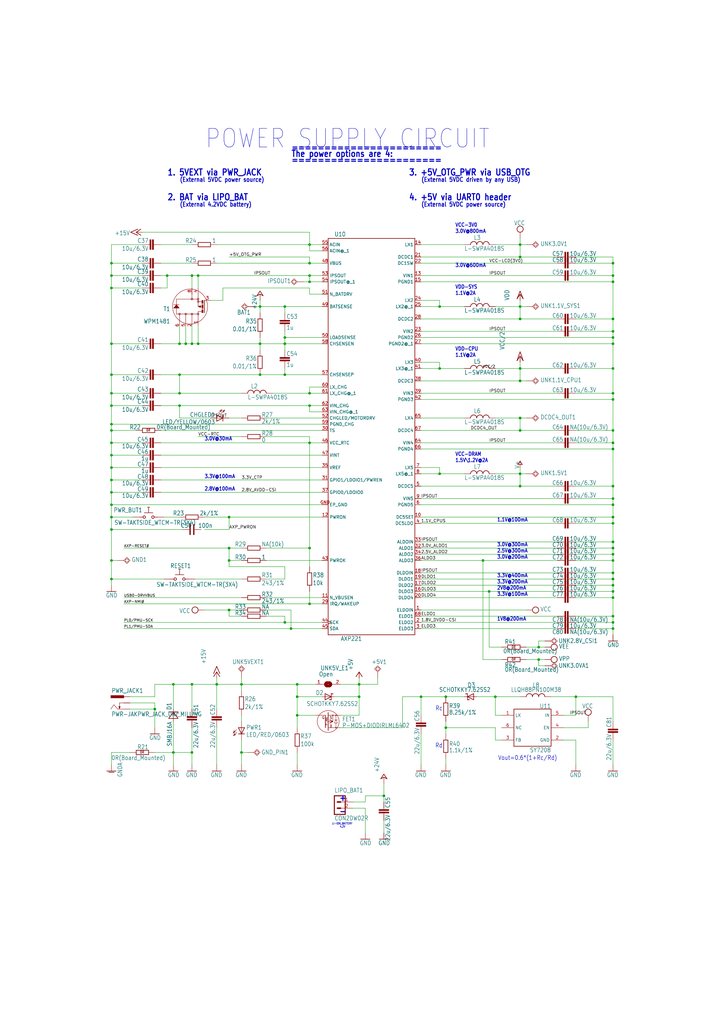
<source format=kicad_sch>
(kicad_sch (version 20231120) (generator "eeschema") (generator_version "8.0")
  (paper "A3" portrait)
  (junction (at 251.46 214.63))
  (junction (at 119.38 257.81))
  (junction (at 182.88 298.45))
  (junction (at 251.46 135.89))
  (junction (at 180.34 125.73))
  (junction (at 127 100.33))
  (junction (at 251.46 184.15))
  (junction (at 78.74 280.67))
  (junction (at 213.36 194.31))
  (junction (at 251.46 176.53))
  (junction (at 116.84 140.97))
  (junction (at 127 224.79))
  (junction (at 93.98 229.87))
  (junction (at 116.84 125.73))
  (junction (at 68.58 113.03))
  (junction (at 251.46 161.29))
  (junction (at 99.06 308.61))
  (junction (at 213.36 125.73))
  (junction (at 121.92 280.67))
  (junction (at 45.72 173.99))
  (junction (at 45.72 196.85))
  (junction (at 116.84 153.67))
  (junction (at 251.46 107.95))
  (junction (at 81.28 140.97))
  (junction (at 203.2 285.75))
  (junction (at 213.36 100.33))
  (junction (at 251.46 255.27))
  (junction (at 157.48 326.39))
  (junction (at 127 181.61))
  (junction (at 172.72 285.75))
  (junction (at 147.32 280.67))
  (junction (at 213.36 130.81))
  (junction (at 73.66 166.37))
  (junction (at 45.72 217.17))
  (junction (at 182.88 285.75))
  (junction (at 78.74 113.03))
  (junction (at 78.74 308.61))
  (junction (at 45.72 166.37))
  (junction (at 251.46 252.73))
  (junction (at 251.46 181.61))
  (junction (at 45.72 207.01))
  (junction (at 45.72 176.53))
  (junction (at 220.98 265.43))
  (junction (at 63.5 290.83))
  (junction (at 88.9 280.67))
  (junction (at 116.84 255.27))
  (junction (at 147.32 285.75))
  (junction (at 76.2 140.97))
  (junction (at 73.66 153.67))
  (junction (at 251.46 151.13))
  (junction (at 45.72 181.61))
  (junction (at 251.46 222.25))
  (junction (at 251.46 229.87))
  (junction (at 93.98 250.19))
  (junction (at 93.98 212.09))
  (junction (at 251.46 204.47))
  (junction (at 127 115.57))
  (junction (at 213.36 156.21))
  (junction (at 251.46 227.33))
  (junction (at 71.12 308.61))
  (junction (at 213.36 199.39))
  (junction (at 251.46 242.57))
  (junction (at 45.72 212.09))
  (junction (at 251.46 163.83))
  (junction (at 251.46 234.95))
  (junction (at 251.46 257.81))
  (junction (at 251.46 130.81))
  (junction (at 251.46 138.43))
  (junction (at 251.46 140.97))
  (junction (at 106.68 125.73))
  (junction (at 116.84 138.43))
  (junction (at 45.72 140.97))
  (junction (at 251.46 113.03))
  (junction (at 45.72 118.11))
  (junction (at 93.98 224.79))
  (junction (at 127 166.37))
  (junction (at 73.66 140.97))
  (junction (at 213.36 105.41))
  (junction (at 251.46 240.03))
  (junction (at 251.46 212.09))
  (junction (at 73.66 161.29))
  (junction (at 213.36 176.53))
  (junction (at 106.68 140.97))
  (junction (at 99.06 280.67))
  (junction (at 198.12 229.87))
  (junction (at 251.46 224.79))
  (junction (at 180.34 151.13))
  (junction (at 106.68 153.67))
  (junction (at 121.92 293.37))
  (junction (at 236.22 285.75))
  (junction (at 45.72 191.77))
  (junction (at 45.72 201.93))
  (junction (at 127 107.95))
  (junction (at 251.46 207.01))
  (junction (at 127 247.65))
  (junction (at 45.72 107.95))
  (junction (at 45.72 229.87))
  (junction (at 251.46 237.49))
  (junction (at 78.74 140.97))
  (junction (at 251.46 245.11))
  (junction (at 45.72 153.67))
  (junction (at 81.28 113.03))
  (junction (at 251.46 115.57))
  (junction (at 213.36 171.45))
  (junction (at 180.34 194.31))
  (junction (at 71.12 280.67))
  (junction (at 121.92 285.75))
  (junction (at 127 161.29))
  (junction (at 45.72 186.69))
  (junction (at 200.66 242.57))
  (junction (at 251.46 199.39))
  (junction (at 45.72 113.03))
  (junction (at 213.36 151.13))
  (junction (at 127 113.03))
  (junction (at 45.72 161.29))
  (junction (at 220.98 270.51))
  (junction (at 45.72 237.49))
  (wire (pts (xy 203.2 171.45) (xy 213.36 171.45)) (stroke (width 0.1524)))
  (wire (pts (xy 99.06 280.67) (xy 88.9 280.67)) (stroke (width 0.1524)))
  (wire (pts (xy 53.34 308.61) (xy 45.72 308.61)) (stroke (width 0.1524)))
  (wire (pts (xy 106.68 140.97) (xy 81.28 140.97)) (stroke (width 0.1524)))
  (wire (pts (xy 180.34 191.77) (xy 172.72 191.77)) (stroke (width 0.1524)))
  (wire (pts (xy 45.72 173.99) (xy 45.72 166.37)) (stroke (width 0.1524)))
  (wire (pts (xy 228.6 255.27) (xy 172.72 255.27)) (stroke (width 0.1524)))
  (wire (pts (xy 53.34 285.75) (xy 63.5 285.75)) (stroke (width 0.1524)))
  (wire (pts (xy 190.5 171.45) (xy 172.72 171.45)) (stroke (width 0.1524)))
  (wire (pts (xy 88.9 100.33) (xy 127 100.33)) (stroke (width 0.1524)))
  (wire (pts (xy 63.5 308.61) (xy 71.12 308.61)) (stroke (width 0.1524)))
  (wire (pts (xy 200.66 265.43) (xy 200.66 242.57)) (stroke (width 0.1524)))
  (wire (pts (xy 58.42 191.77) (xy 45.72 191.77)) (stroke (width 0.1524)))
  (wire (pts (xy 58.42 166.37) (xy 45.72 166.37)) (stroke (width 0.1524)))
  (wire (pts (xy 172.72 285.75) (xy 172.72 293.37)) (stroke (width 0.1524)))
  (wire (pts (xy 81.28 113.03) (xy 127 113.03)) (stroke (width 0.1524)))
  (wire (pts (xy 132.08 285.75) (xy 121.92 285.75)) (stroke (width 0.1524)))
  (wire (pts (xy 58.42 113.03) (xy 45.72 113.03)) (stroke (width 0.1524)))
  (wire (pts (xy 124.46 115.57) (xy 127 115.57)) (stroke (width 0.1524)))
  (wire (pts (xy 251.46 199.39) (xy 251.46 184.15)) (stroke (width 0.1524)))
  (wire (pts (xy 116.84 140.97) (xy 106.68 140.97)) (stroke (width 0.1524)))
  (wire (pts (xy 236.22 214.63) (xy 251.46 214.63)) (stroke (width 0.1524)))
  (wire (pts (xy 109.22 237.49) (xy 116.84 237.49)) (stroke (width 0.1524)))
  (wire (pts (xy 78.74 140.97) (xy 81.28 140.97)) (stroke (width 0.1524)))
  (wire (pts (xy 198.12 270.51) (xy 198.12 229.87)) (stroke (width 0.1524)))
  (wire (pts (xy 58.42 201.93) (xy 45.72 201.93)) (stroke (width 0.1524)))
  (wire (pts (xy 66.04 107.95) (xy 78.74 107.95)) (stroke (width 0.1524)))
  (wire (pts (xy 127 166.37) (xy 73.66 166.37)) (stroke (width 0.1524)))
  (wire (pts (xy 236.22 151.13) (xy 251.46 151.13)) (stroke (width 0.1524)))
  (wire (pts (xy 213.36 100.33) (xy 213.36 97.79)) (stroke (width 0.1524)))
  (wire (pts (xy 116.84 143.51) (xy 116.84 140.97)) (stroke (width 0.1524)))
  (wire (pts (xy 48.26 229.87) (xy 45.72 229.87)) (stroke (width 0.1524)))
  (wire (pts (xy 127 181.61) (xy 132.08 181.61)) (stroke (width 0.1524)))
  (wire (pts (xy 81.28 118.11) (xy 81.28 113.03)) (stroke (width 0.1524)))
  (wire (pts (xy 132.08 166.37) (xy 127 166.37)) (stroke (width 0.1524)))
  (wire (pts (xy 213.36 156.21) (xy 172.72 156.21)) (stroke (width 0.1524)))
  (wire (pts (xy 68.58 113.03) (xy 78.74 113.03)) (stroke (width 0.1524)))
  (wire (pts (xy 78.74 118.11) (xy 78.74 113.03)) (stroke (width 0.1524)))
  (wire (pts (xy 182.88 298.45) (xy 182.88 295.91)) (stroke (width 0.1524)))
  (wire (pts (xy 63.5 298.45) (xy 63.5 290.83)) (stroke (width 0.1524)))
  (wire (pts (xy 78.74 280.67) (xy 78.74 290.83)) (stroke (width 0.1524)))
  (wire (pts (xy 213.36 151.13) (xy 228.6 151.13)) (stroke (width 0.1524)))
  (wire (pts (xy 63.5 290.83) (xy 53.34 290.83)) (stroke (width 0.1524)))
  (wire (pts (xy 165.1 285.75) (xy 172.72 285.75)) (stroke (width 0.1524)))
  (wire (pts (xy 220.98 265.43) (xy 223.52 265.43)) (stroke (width 0.1524)))
  (wire (pts (xy 251.46 229.87) (xy 251.46 227.33)) (stroke (width 0.1524)))
  (wire (pts (xy 172.72 207.01) (xy 251.46 207.01)) (stroke (width 0.1524)))
  (wire (pts (xy 116.84 128.27) (xy 116.84 125.73)) (stroke (width 0.1524)))
  (wire (pts (xy 157.48 341.63) (xy 157.48 336.55)) (stroke (width 0.1524)))
  (wire (pts (xy 132.08 140.97) (xy 116.84 140.97)) (stroke (width 0.1524)))
  (wire (pts (xy 71.12 313.69) (xy 71.12 308.61)) (stroke (width 0.1524)))
  (wire (pts (xy 198.12 229.87) (xy 172.72 229.87)) (stroke (width 0.1524)))
  (wire (pts (xy 190.5 285.75) (xy 182.88 285.75)) (stroke (width 0.1524)))
  (wire (pts (xy 99.06 313.69) (xy 99.06 308.61)) (stroke (width 0.1524)))
  (wire (pts (xy 88.9 280.67) (xy 78.74 280.67)) (stroke (width 0.1524)))
  (wire (pts (xy 182.88 313.69) (xy 182.88 311.15)) (stroke (width 0.1524)))
  (wire (pts (xy 121.92 280.67) (xy 99.06 280.67)) (stroke (width 0.1524)))
  (wire (pts (xy 236.22 313.69) (xy 236.22 303.53)) (stroke (width 0.1524)))
  (wire (pts (xy 228.6 242.57) (xy 200.66 242.57)) (stroke (width 0.1524)))
  (wire (pts (xy 66.04 118.11) (xy 68.58 118.11)) (stroke (width 0.1524)))
  (wire (pts (xy 144.78 328.93) (xy 149.86 328.93)) (stroke (width 0.1524)))
  (wire (pts (xy 251.46 105.41) (xy 251.46 107.95)) (stroke (width 0.1524)))
  (wire (pts (xy 251.46 130.81) (xy 251.46 115.57)) (stroke (width 0.1524)))
  (wire (pts (xy 251.46 130.81) (xy 251.46 135.89)) (stroke (width 0.1524)))
  (wire (pts (xy 203.2 194.31) (xy 213.36 194.31)) (stroke (width 0.1524)))
  (wire (pts (xy 251.46 257.81) (xy 236.22 257.81)) (stroke (width 0.1524)))
  (wire (pts (xy 99.06 278.13) (xy 99.06 280.67)) (stroke (width 0.1524)))
  (wire (pts (xy 180.34 125.73) (xy 172.72 125.73)) (stroke (width 0.1524)))
  (wire (pts (xy 45.72 229.87) (xy 45.72 217.17)) (stroke (width 0.1524)))
  (wire (pts (xy 58.42 118.11) (xy 45.72 118.11)) (stroke (width 0.1524)))
  (wire (pts (xy 73.66 166.37) (xy 66.04 166.37)) (stroke (width 0.1524)))
  (wire (pts (xy 45.72 212.09) (xy 45.72 207.01)) (stroke (width 0.1524)))
  (wire (pts (xy 236.22 255.27) (xy 251.46 255.27)) (stroke (width 0.1524)))
  (wire (pts (xy 76.2 217.17) (xy 45.72 217.17)) (stroke (width 0.1524)))
  (wire (pts (xy 205.74 265.43) (xy 200.66 265.43)) (stroke (width 0.1524)))
  (wire (pts (xy 220.98 270.51) (xy 220.98 273.05)) (stroke (width 0.1524)))
  (wire (pts (xy 132.08 102.87) (xy 127 102.87)) (stroke (width 0.1524)))
  (wire (pts (xy 190.5 194.31) (xy 180.34 194.31)) (stroke (width 0.1524)))
  (wire (pts (xy 127 161.29) (xy 111.76 161.29)) (stroke (width 0.1524)))
  (wire (pts (xy 172.72 313.69) (xy 172.72 300.99)) (stroke (width 0.1524)))
  (wire (pts (xy 157.48 326.39) (xy 157.48 321.31)) (stroke (width 0.1524)))
  (wire (pts (xy 132.08 115.57) (xy 127 115.57)) (stroke (width 0.1524)))
  (wire (pts (xy 172.72 123.19) (xy 180.34 123.19)) (stroke (width 0.1524)))
  (wire (pts (xy 71.12 280.67) (xy 78.74 280.67)) (stroke (width 0.1524)))
  (wire (pts (xy 236.22 204.47) (xy 251.46 204.47)) (stroke (width 0.1524)))
  (wire (pts (xy 99.06 245.11) (xy 50.8 245.11)) (stroke (width 0.1524)))
  (wire (pts (xy 132.08 207.01) (xy 45.72 207.01)) (stroke (width 0.1524)))
  (wire (pts (xy 182.88 300.99) (xy 182.88 298.45)) (stroke (width 0.1524)))
  (wire (pts (xy 132.08 255.27) (xy 116.84 255.27)) (stroke (width 0.1524)))
  (wire (pts (xy 58.42 140.97) (xy 45.72 140.97)) (stroke (width 0.1524)))
  (wire (pts (xy 66.04 113.03) (xy 68.58 113.03)) (stroke (width 0.1524)))
  (wire (pts (xy 203.2 100.33) (xy 213.36 100.33)) (stroke (width 0.1524)))
  (wire (pts (xy 228.6 105.41) (xy 213.36 105.41)) (stroke (width 0.1524)))
  (wire (pts (xy 93.98 217.17) (xy 93.98 212.09)) (stroke (width 0.1524)))
  (wire (pts (xy 73.66 161.29) (xy 66.04 161.29)) (stroke (width 0.1524)))
  (wire (pts (xy 236.22 224.79) (xy 251.46 224.79)) (stroke (width 0.1524)))
  (wire (pts (xy 132.08 257.81) (xy 119.38 257.81)) (stroke (width 0.1524)))
  (wire (pts (xy 172.72 184.15) (xy 251.46 184.15)) (stroke (width 0.1524)))
  (wire (pts (xy 99.06 161.29) (xy 73.66 161.29)) (stroke (width 0.1524)))
  (wire (pts (xy 104.14 125.73) (xy 106.68 125.73)) (stroke (width 0.1524)))
  (wire (pts (xy 76.2 140.97) (xy 78.74 140.97)) (stroke (width 0.1524)))
  (wire (pts (xy 251.46 113.03) (xy 251.46 115.57)) (stroke (width 0.1524)))
  (wire (pts (xy 63.5 288.29) (xy 63.5 290.83)) (stroke (width 0.1524)))
  (wire (pts (xy 251.46 212.09) (xy 251.46 207.01)) (stroke (width 0.1524)))
  (wire (pts (xy 88.9 280.67) (xy 88.9 278.13)) (stroke (width 0.1524)))
  (wire (pts (xy 180.34 151.13) (xy 172.72 151.13)) (stroke (width 0.1524)))
  (wire (pts (xy 172.72 163.83) (xy 251.46 163.83)) (stroke (width 0.1524)))
  (wire (pts (xy 127 181.61) (xy 127 179.07)) (stroke (width 0.1524)))
  (wire (pts (xy 228.6 181.61) (xy 172.72 181.61)) (stroke (width 0.1524)))
  (wire (pts (xy 215.9 156.21) (xy 213.36 156.21)) (stroke (width 0.1524)))
  (wire (pts (xy 251.46 161.29) (xy 251.46 163.83)) (stroke (width 0.1524)))
  (wire (pts (xy 228.6 176.53) (xy 213.36 176.53)) (stroke (width 0.1524)))
  (wire (pts (xy 251.46 245.11) (xy 251.46 242.57)) (stroke (width 0.1524)))
  (wire (pts (xy 121.92 298.45) (xy 121.92 293.37)) (stroke (width 0.1524)))
  (wire (pts (xy 251.46 237.49) (xy 251.46 234.95)) (stroke (width 0.1524)))
  (wire (pts (xy 73.66 140.97) (xy 76.2 140.97)) (stroke (width 0.1524)))
  (wire (pts (xy 213.36 151.13) (xy 213.36 156.21)) (stroke (width 0.1524)))
  (wire (pts (xy 180.34 194.31) (xy 172.72 194.31)) (stroke (width 0.1524)))
  (wire (pts (xy 68.58 118.11) (xy 68.58 113.03)) (stroke (width 0.1524)))
  (wire (pts (xy 215.9 194.31) (xy 213.36 194.31)) (stroke (width 0.1524)))
  (wire (pts (xy 67.31 212.09) (xy 73.66 212.09)) (stroke (width 0.1524)))
  (wire (pts (xy 53.34 288.29) (xy 63.5 288.29)) (stroke (width 0.1524)))
  (wire (pts (xy 223.52 262.89) (xy 220.98 262.89)) (stroke (width 0.1524)))
  (wire (pts (xy 231.14 298.45) (xy 241.3 298.45)) (stroke (width 0.1524)))
  (wire (pts (xy 251.46 107.95) (xy 251.46 113.03)) (stroke (width 0.1524)))
  (wire (pts (xy 54.61 212.09) (xy 45.72 212.09)) (stroke (width 0.1524)))
  (wire (pts (xy 251.46 181.61) (xy 251.46 184.15)) (stroke (width 0.1524)))
  (wire (pts (xy 78.74 133.35) (xy 78.74 140.97)) (stroke (width 0.1524)))
  (wire (pts (xy 228.6 229.87) (xy 198.12 229.87)) (stroke (width 0.1524)))
  (wire (pts (xy 93.98 252.73) (xy 93.98 250.19)) (stroke (width 0.1524)))
  (wire (pts (xy 127 168.91) (xy 127 166.37)) (stroke (width 0.1524)))
  (wire (pts (xy 132.08 120.65) (xy 127 120.65)) (stroke (width 0.1524)))
  (wire (pts (xy 251.46 222.25) (xy 251.46 214.63)) (stroke (width 0.1524)))
  (wire (pts (xy 109.22 252.73) (xy 116.84 252.73)) (stroke (width 0.1524)))
  (wire (pts (xy 228.6 227.33) (xy 172.72 227.33)) (stroke (width 0.1524)))
  (wire (pts (xy 228.6 252.73) (xy 172.72 252.73)) (stroke (width 0.1524)))
  (wire (pts (xy 71.12 308.61) (xy 78.74 308.61)) (stroke (width 0.1524)))
  (wire (pts (xy 127 158.75) (xy 127 161.29)) (stroke (width 0.1524)))
  (wire (pts (xy 205.74 303.53) (xy 203.2 303.53)) (stroke (width 0.1524)))
  (wire (pts (xy 154.94 280.67) (xy 154.94 278.13)) (stroke (width 0.1524)))
  (wire (pts (xy 127 107.95) (xy 88.9 107.95)) (stroke (width 0.1524)))
  (wire (pts (xy 213.36 125.73) (xy 213.36 123.19)) (stroke (width 0.1524)))
  (wire (pts (xy 236.22 181.61) (xy 251.46 181.61)) (stroke (width 0.1524)))
  (wire (pts (xy 180.34 123.19) (xy 180.34 125.73)) (stroke (width 0.1524)))
  (wire (pts (xy 45.72 237.49) (xy 45.72 229.87)) (stroke (width 0.1524)))
  (wire (pts (xy 93.98 229.87) (xy 93.98 224.79)) (stroke (width 0.1524)))
  (wire (pts (xy 228.6 130.81) (xy 213.36 130.81)) (stroke (width 0.1524)))
  (wire (pts (xy 213.36 176.53) (xy 172.72 176.53)) (stroke (width 0.1524)))
  (wire (pts (xy 58.42 186.69) (xy 45.72 186.69)) (stroke (width 0.1524)))
  (wire (pts (xy 116.84 153.67) (xy 106.68 153.67)) (stroke (width 0.1524)))
  (wire (pts (xy 116.84 125.73) (xy 132.08 125.73)) (stroke (width 0.1524)))
  (wire (pts (xy 147.32 280.67) (xy 147.32 278.13)) (stroke (width 0.1524)))
  (wire (pts (xy 106.68 128.27) (xy 106.68 125.73)) (stroke (width 0.1524)))
  (wire (pts (xy 236.22 285.75) (xy 251.46 285.75)) (stroke (width 0.1524)))
  (wire (pts (xy 58.42 181.61) (xy 45.72 181.61)) (stroke (width 0.1524)))
  (wire (pts (xy 76.2 133.35) (xy 76.2 140.97)) (stroke (width 0.1524)))
  (wire (pts (xy 83.82 212.09) (xy 93.98 212.09)) (stroke (width 0.1524)))
  (wire (pts (xy 241.3 298.45) (xy 241.3 295.91)) (stroke (width 0.1524)))
  (wire (pts (xy 93.98 171.45) (xy 99.06 171.45)) (stroke (width 0.1524)))
  (wire (pts (xy 213.36 148.59) (xy 213.36 151.13)) (stroke (width 0.1524)))
  (wire (pts (xy 116.84 255.27) (xy 50.8 255.27)) (stroke (width 0.1524)))
  (wire (pts (xy 132.08 138.43) (xy 116.84 138.43)) (stroke (width 0.1524)))
  (wire (pts (xy 106.68 123.19) (xy 106.68 125.73)) (stroke (width 0.1524)))
  (wire (pts (xy 203.2 303.53) (xy 203.2 298.45)) (stroke (width 0.1524)))
  (wire (pts (xy 132.08 161.29) (xy 127 161.29)) (stroke (width 0.1524)))
  (wire (pts (xy 93.98 232.41) (xy 93.98 229.87)) (stroke (width 0.1524)))
  (wire (pts (xy 127 115.57) (xy 127 113.03)) (stroke (width 0.1524)))
  (wire (pts (xy 99.06 308.61) (xy 99.06 303.53)) (stroke (width 0.1524)))
  (wire (pts (xy 73.66 153.67) (xy 73.66 161.29)) (stroke (width 0.1524)))
  (wire (pts (xy 99.06 229.87) (xy 93.98 229.87)) (stroke (width 0.1524)))
  (wire (pts (xy 203.2 151.13) (xy 213.36 151.13)) (stroke (width 0.1524)))
  (wire (pts (xy 165.1 298.45) (xy 165.1 285.75)) (stroke (width 0.1524)))
  (wire (pts (xy 251.46 214.63) (xy 251.46 212.09)) (stroke (width 0.1524)))
  (wire (pts (xy 149.86 341.63) (xy 149.86 331.47)) (stroke (width 0.1524)))
  (wire (pts (xy 149.86 328.93) (xy 149.86 326.39)) (stroke (width 0.1524)))
  (wire (pts (xy 251.46 224.79) (xy 251.46 222.25)) (stroke (width 0.1524)))
  (wire (pts (xy 45.72 176.53) (xy 45.72 173.99)) (stroke (width 0.1524)))
  (wire (pts (xy 106.68 143.51) (xy 106.68 140.97)) (stroke (width 0.1524)))
  (wire (pts (xy 213.36 199.39) (xy 228.6 199.39)) (stroke (width 0.1524)))
  (wire (pts (xy 228.6 245.11) (xy 172.72 245.11)) (stroke (width 0.1524)))
  (wire (pts (xy 236.22 135.89) (xy 251.46 135.89)) (stroke (width 0.1524)))
  (wire (pts (xy 45.72 196.85) (xy 45.72 191.77)) (stroke (width 0.1524)))
  (wire (pts (xy 106.68 125.73) (xy 116.84 125.73)) (stroke (width 0.1524)))
  (wire (pts (xy 132.08 171.45) (xy 109.22 171.45)) (stroke (width 0.1524)))
  (wire (pts (xy 220.98 262.89) (xy 220.98 265.43)) (stroke (width 0.1524)))
  (wire (pts (xy 93.98 224.79) (xy 50.8 224.79)) (stroke (width 0.1524)))
  (wire (pts (xy 147.32 285.75) (xy 147.32 280.67)) (stroke (width 0.1524)))
  (wire (pts (xy 66.04 181.61) (xy 127 181.61)) (stroke (width 0.1524)))
  (wire (pts (xy 182.88 285.75) (xy 172.72 285.75)) (stroke (width 0.1524)))
  (wire (pts (xy 132.08 107.95) (xy 127 107.95)) (stroke (width 0.1524)))
  (wire (pts (xy 205.74 270.51) (xy 198.12 270.51)) (stroke (width 0.1524)))
  (wire (pts (xy 251.46 135.89) (xy 251.46 138.43)) (stroke (width 0.1524)))
  (wire (pts (xy 132.08 212.09) (xy 93.98 212.09)) (stroke (width 0.1524)))
  (wire (pts (xy 251.46 255.27) (xy 251.46 252.73)) (stroke (width 0.1524)))
  (wire (pts (xy 127 113.03) (xy 132.08 113.03)) (stroke (width 0.1524)))
  (wire (pts (xy 45.72 100.33) (xy 58.42 100.33)) (stroke (width 0.1524)))
  (wire (pts (xy 45.72 166.37) (xy 45.72 161.29)) (stroke (width 0.1524)))
  (wire (pts (xy 127 247.65) (xy 50.8 247.65)) (stroke (width 0.1524)))
  (wire (pts (xy 88.9 290.83) (xy 88.9 280.67)) (stroke (width 0.1524)))
  (wire (pts (xy 99.06 295.91) (xy 99.06 293.37)) (stroke (width 0.1524)))
  (wire (pts (xy 132.08 176.53) (xy 66.04 176.53)) (stroke (width 0.1524)))
  (wire (pts (xy 139.7 298.45) (xy 165.1 298.45)) (stroke (width 0.1524)))
  (wire (pts (xy 119.38 257.81) (xy 50.8 257.81)) (stroke (width 0.1524)))
  (wire (pts (xy 228.6 204.47) (xy 172.72 204.47)) (stroke (width 0.1524)))
  (wire (pts (xy 66.04 201.93) (xy 132.08 201.93)) (stroke (width 0.1524)))
  (wire (pts (xy 251.46 151.13) (xy 251.46 161.29)) (stroke (width 0.1524)))
  (wire (pts (xy 251.46 242.57) (xy 251.46 240.03)) (stroke (width 0.1524)))
  (wire (pts (xy 236.22 240.03) (xy 251.46 240.03)) (stroke (width 0.1524)))
  (wire (pts (xy 213.36 100.33) (xy 213.36 105.41)) (stroke (width 0.1524)))
  (wire (pts (xy 121.92 293.37) (xy 121.92 285.75)) (stroke (width 0.1524)))
  (wire (pts (xy 83.82 250.19) (xy 93.98 250.19)) (stroke (width 0.1524)))
  (wire (pts (xy 215.9 250.19) (xy 172.72 250.19)) (stroke (width 0.1524)))
  (wire (pts (xy 195.58 285.75) (xy 203.2 285.75)) (stroke (width 0.1524)))
  (wire (pts (xy 127 242.57) (xy 127 247.65)) (stroke (width 0.1524)))
  (wire (pts (xy 251.46 176.53) (xy 251.46 181.61)) (stroke (width 0.1524)))
  (wire (pts (xy 251.46 176.53) (xy 251.46 163.83)) (stroke (width 0.1524)))
  (wire (pts (xy 58.42 153.67) (xy 45.72 153.67)) (stroke (width 0.1524)))
  (wire (pts (xy 251.46 204.47) (xy 251.46 207.01)) (stroke (width 0.1524)))
  (wire (pts (xy 127 118.11) (xy 91.44 118.11)) (stroke (width 0.1524)))
  (wire (pts (xy 236.22 199.39) (xy 251.46 199.39)) (stroke (width 0.1524)))
  (wire (pts (xy 228.6 222.25) (xy 172.72 222.25)) (stroke (width 0.1524)))
  (wire (pts (xy 91.44 123.19) (xy 86.36 123.19)) (stroke (width 0.1524)))
  (wire (pts (xy 116.84 138.43) (xy 116.84 140.97)) (stroke (width 0.1524)))
  (wire (pts (xy 236.22 105.41) (xy 251.46 105.41)) (stroke (width 0.1524)))
  (wire (pts (xy 228.6 161.29) (xy 172.72 161.29)) (stroke (width 0.1524)))
  (wire (pts (xy 73.66 133.35) (xy 73.66 140.97)) (stroke (width 0.1524)))
  (wire (pts (xy 200.66 242.57) (xy 172.72 242.57)) (stroke (width 0.1524)))
  (wire (pts (xy 236.22 229.87) (xy 251.46 229.87)) (stroke (width 0.1524)))
  (wire (pts (xy 45.72 140.97) (xy 45.72 118.11)) (stroke (width 0.1524)))
  (wire (pts (xy 251.46 199.39) (xy 251.46 204.47)) (stroke (width 0.1524)))
  (wire (pts (xy 149.86 331.47) (xy 144.78 331.47)) (stroke (width 0.1524)))
  (wire (pts (xy 116.84 232.41) (xy 93.98 232.41)) (stroke (width 0.1524)))
  (wire (pts (xy 119.38 250.19) (xy 119.38 257.81)) (stroke (width 0.1524)))
  (wire (pts (xy 228.6 224.79) (xy 172.72 224.79)) (stroke (width 0.1524)))
  (wire (pts (xy 251.46 240.03) (xy 251.46 237.49)) (stroke (width 0.1524)))
  (wire (pts (xy 236.22 113.03) (xy 251.46 113.03)) (stroke (width 0.1524)))
  (wire (pts (xy 73.66 171.45) (xy 73.66 166.37)) (stroke (width 0.1524)))
  (wire (pts (xy 129.54 280.67) (xy 121.92 280.67)) (stroke (width 0.1524)))
  (wire (pts (xy 93.98 250.19) (xy 99.06 250.19)) (stroke (width 0.1524)))
  (wire (pts (xy 215.9 125.73) (xy 213.36 125.73)) (stroke (width 0.1524)))
  (wire (pts (xy 127 100.33) (xy 127 95.25)) (stroke (width 0.1524)))
  (wire (pts (xy 45.72 207.01) (xy 45.72 201.93)) (stroke (width 0.1524)))
  (wire (pts (xy 223.52 270.51) (xy 220.98 270.51)) (stroke (width 0.1524)))
  (wire (pts (xy 147.32 280.67) (xy 154.94 280.67)) (stroke (width 0.1524)))
  (wire (pts (xy 226.06 285.75) (xy 236.22 285.75)) (stroke (width 0.1524)))
  (wire (pts (xy 127 232.41) (xy 127 224.79)) (stroke (width 0.1524)))
  (wire (pts (xy 109.22 224.79) (xy 127 224.79)) (stroke (width 0.1524)))
  (wire (pts (xy 66.04 100.33) (xy 78.74 100.33)) (stroke (width 0.1524)))
  (wire (pts (xy 213.36 199.39) (xy 172.72 199.39)) (stroke (width 0.1524)))
  (wire (pts (xy 157.48 328.93) (xy 157.48 326.39)) (stroke (width 0.1524)))
  (wire (pts (xy 127 224.79) (xy 127 181.61)) (stroke (width 0.1524)))
  (wire (pts (xy 236.22 107.95) (xy 251.46 107.95)) (stroke (width 0.1524)))
  (wire (pts (xy 88.9 313.69) (xy 88.9 298.45)) (stroke (width 0.1524)))
  (wire (pts (xy 132.08 229.87) (xy 109.22 229.87)) (stroke (width 0.1524)))
  (wire (pts (xy 228.6 237.49) (xy 172.72 237.49)) (stroke (width 0.1524)))
  (wire (pts (xy 132.08 168.91) (xy 127 168.91)) (stroke (width 0.1524)))
  (wire (pts (xy 101.6 308.61) (xy 99.06 308.61)) (stroke (width 0.1524)))
  (wire (pts (xy 132.08 100.33) (xy 127 100.33)) (stroke (width 0.1524)))
  (wire (pts (xy 251.46 252.73) (xy 251.46 245.11)) (stroke (width 0.1524)))
  (wire (pts (xy 45.72 113.03) (xy 45.72 107.95)) (stroke (width 0.1524)))
  (wire (pts (xy 83.82 217.17) (xy 93.98 217.17)) (stroke (width 0.1524)))
  (wire (pts (xy 121.92 313.69) (xy 121.92 308.61)) (stroke (width 0.1524)))
  (wire (pts (xy 190.5 100.33) (xy 172.72 100.33)) (stroke (width 0.1524)))
  (wire (pts (xy 45.72 308.61) (xy 45.72 313.69)) (stroke (width 0.1524)))
  (wire (pts (xy 63.5 285.75) (xy 63.5 280.67)) (stroke (width 0.1524)))
  (wire (pts (xy 172.72 214.63) (xy 228.6 214.63)) (stroke (width 0.1524)))
  (wire (pts (xy 86.36 171.45) (xy 73.66 171.45)) (stroke (width 0.1524)))
  (wire (pts (xy 228.6 135.89) (xy 172.72 135.89)) (stroke (width 0.1524)))
  (wire (pts (xy 58.42 107.95) (xy 45.72 107.95)) (stroke (width 0.1524)))
  (wire (pts (xy 45.72 191.77) (xy 45.72 186.69)) (stroke (width 0.1524)))
  (wire (pts (xy 45.72 181.61) (xy 45.72 176.53)) (stroke (width 0.1524)))
  (wire (pts (xy 213.36 171.45) (xy 213.36 176.53)) (stroke (width 0.1524)))
  (wire (pts (xy 132.08 158.75) (xy 127 158.75)) (stroke (width 0.1524)))
  (wire (pts (xy 121.92 285.75) (xy 121.92 280.67)) (stroke (width 0.1524)))
  (wire (pts (xy 190.5 125.73) (xy 180.34 125.73)) (stroke (width 0.1524)))
  (wire (pts (xy 172.72 140.97) (xy 251.46 140.97)) (stroke (width 0.1524)))
  (wire (pts (xy 203.2 125.73) (xy 213.36 125.73)) (stroke (width 0.1524)))
  (wire (pts (xy 66.04 196.85) (xy 132.08 196.85)) (stroke (width 0.1524)))
  (wire (pts (xy 236.22 252.73) (xy 251.46 252.73)) (stroke (width 0.1524)))
  (wire (pts (xy 45.72 118.11) (xy 45.72 113.03)) (stroke (width 0.1524)))
  (wire (pts (xy 73.66 153.67) (xy 106.68 153.67)) (stroke (width 0.1524)))
  (wire (pts (xy 99.06 179.07) (xy 81.28 179.07)) (stroke (width 0.1524)))
  (wire (pts (xy 172.72 138.43) (xy 251.46 138.43)) (stroke (width 0.1524)))
  (wire (pts (xy 236.22 285.75) (xy 236.22 293.37)) (stroke (width 0.1524)))
  (wire (pts (xy 99.06 252.73) (xy 93.98 252.73)) (stroke (width 0.1524)))
  (wire (pts (xy 228.6 113.03) (xy 172.72 113.03)) (stroke (width 0.1524)))
  (wire (pts (xy 45.72 153.67) (xy 45.72 140.97)) (stroke (width 0.1524)))
  (wire (pts (xy 251.46 140.97) (xy 251.46 151.13)) (stroke (width 0.1524)))
  (wire (pts (xy 66.04 140.97) (xy 73.66 140.97)) (stroke (width 0.1524)))
  (wire (pts (xy 45.72 186.69) (xy 45.72 181.61)) (stroke (width 0.1524)))
  (wire (pts (xy 236.22 176.53) (xy 251.46 176.53)) (stroke (width 0.1524)))
  (wire (pts (xy 228.6 234.95) (xy 172.72 234.95)) (stroke (width 0.1524)))
  (wire (pts (xy 236.22 293.37) (xy 231.14 293.37)) (stroke (width 0.1524)))
  (wire (pts (xy 236.22 237.49) (xy 251.46 237.49)) (stroke (width 0.1524)))
  (wire (pts (xy 127 95.25) (xy 58.42 95.25)) (stroke (width 0.1524)))
  (wire (pts (xy 236.22 234.95) (xy 251.46 234.95)) (stroke (width 0.1524)))
  (wire (pts (xy 172.72 115.57) (xy 251.46 115.57)) (stroke (width 0.1524)))
  (wire (pts (xy 127 120.65) (xy 127 118.11)) (stroke (width 0.1524)))
  (wire (pts (xy 45.72 161.29) (xy 45.72 153.67)) (stroke (width 0.1524)))
  (wire (pts (xy 127 179.07) (xy 109.22 179.07)) (stroke (width 0.1524)))
  (wire (pts (xy 180.34 148.59) (xy 180.34 151.13)) (stroke (width 0.1524)))
  (wire (pts (xy 91.44 118.11) (xy 91.44 123.19)) (stroke (width 0.1524)))
  (wire (pts (xy 58.42 161.29) (xy 45.72 161.29)) (stroke (width 0.1524)))
  (wire (pts (xy 190.5 151.13) (xy 180.34 151.13)) (stroke (width 0.1524)))
  (wire (pts (xy 71.12 290.83) (xy 71.12 280.67)) (stroke (width 0.1524)))
  (wire (pts (xy 251.46 285.75) (xy 251.46 295.91)) (stroke (width 0.1524)))
  (wire (pts (xy 228.6 240.03) (xy 172.72 240.03)) (stroke (width 0.1524)))
  (wire (pts (xy 45.72 217.17) (xy 45.72 212.09)) (stroke (width 0.1524)))
  (wire (pts (xy 78.74 313.69) (xy 78.74 308.61)) (stroke (width 0.1524)))
  (wire (pts (xy 236.22 245.11) (xy 251.46 245.11)) (stroke (width 0.1524)))
  (wire (pts (xy 81.28 140.97) (xy 81.28 133.35)) (stroke (width 0.1524)))
  (wire (pts (xy 172.72 212.09) (xy 251.46 212.09)) (stroke (width 0.1524)))
  (wire (pts (xy 228.6 107.95) (xy 172.72 107.95)) (stroke (width 0.1524)))
  (wire (pts (xy 63.5 280.67) (xy 71.12 280.67)) (stroke (width 0.1524)))
  (wire (pts (xy 116.84 138.43) (xy 116.84 135.89)) (stroke (width 0.1524)))
  (wire (pts (xy 132.08 173.99) (xy 45.72 173.99)) (stroke (width 0.1524)))
  (wire (pts (xy 116.84 237.49) (xy 116.84 232.41)) (stroke (width 0.1524)))
  (wire (pts (xy 67.31 237.49) (xy 45.72 237.49)) (stroke (width 0.1524)))
  (wire (pts (xy 203.2 293.37) (xy 205.74 293.37)) (stroke (width 0.1524)))
  (wire (pts (xy 251.46 138.43) (xy 251.46 140.97)) (stroke (width 0.1524)))
  (wire (pts (xy 116.84 151.13) (xy 116.84 153.67)) (stroke (width 0.1524)))
  (wire (pts (xy 203.2 285.75) (xy 203.2 293.37)) (stroke (width 0.1524)))
  (wire (pts (xy 180.34 191.77) (xy 180.34 194.31)) (stroke (width 0.1524)))
  (wire (pts (xy 132.08 247.65) (xy 127 247.65)) (stroke (width 0.1524)))
  (wire (pts (xy 251.46 257.81) (xy 251.46 255.27)) (stroke (width 0.1524)))
  (wire (pts (xy 129.54 293.37) (xy 121.92 293.37)) (stroke (width 0.1524)))
  (wire (pts (xy 132.08 153.67) (xy 116.84 153.67)) (stroke (width 0.1524)))
  (wire (pts (xy 236.22 161.29) (xy 251.46 161.29)) (stroke (width 0.1524)))
  (wire (pts (xy 213.36 191.77) (xy 213.36 194.31)) (stroke (width 0.1524)))
  (wire (pts (xy 66.04 153.67) (xy 73.66 153.67)) (stroke (width 0.1524)))
  (wire (pts (xy 78.74 113.03) (xy 81.28 113.03)) (stroke (width 0.1524)))
  (wire (pts (xy 66.04 191.77) (xy 132.08 191.77)) (stroke (width 0.1524)))
  (wire (pts (xy 236.22 227.33) (xy 251.46 227.33)) (stroke (width 0.1524)))
  (wire (pts (xy 127 105.41) (xy 93.98 105.41)) (stroke (width 0.1524)))
  (wire (pts (xy 116.84 252.73) (xy 116.84 255.27)) (stroke (width 0.1524)))
  (wire (pts (xy 55.88 176.53) (xy 45.72 176.53)) (stroke (width 0.1524)))
  (wire (pts (xy 78.74 308.61) (xy 78.74 298.45)) (stroke (width 0.1524)))
  (wire (pts (xy 213.36 105.41) (xy 172.72 105.41)) (stroke (width 0.1524)))
  (wire (pts (xy 220.98 273.05) (xy 223.52 273.05)) (stroke (width 0.1524)))
  (wire (pts (xy 213.36 199.39) (xy 213.36 194.31)) (stroke (width 0.1524)))
  (wire (pts (xy 71.12 295.91) (xy 71.12 308.61)) (stroke (width 0.1524)))
  (wire (pts (xy 149.86 326.39) (xy 157.48 326.39)) (stroke (width 0.1524)))
  (wire (pts (xy 45.72 201.93) (xy 45.72 196.85)) (stroke (width 0.1524)))
  (wire (pts (xy 127 102.87) (xy 127 100.33)) (stroke (width 0.1524)))
  (wire (pts (xy 215.9 270.51) (xy 220.98 270.51)) (stroke (width 0.1524)))
  (wire (pts (xy 236.22 222.25) (xy 251.46 222.25)) (stroke (width 0.1524)))
  (wire (pts (xy 99.06 224.79) (xy 93.98 224.79)) (stroke (width 0.1524)))
  (wire (pts (xy 215.9 265.43) (xy 220.98 265.43)) (stroke (width 0.1524)))
  (wire (pts (xy 236.22 130.81) (xy 251.46 130.81)) (stroke (width 0.1524)))
  (wire (pts (xy 251.46 227.33) (xy 251.46 224.79)) (stroke (width 0.1524)))
  (wire (pts (xy 106.68 140.97) (xy 106.68 138.43)) (stroke (width 0.1524)))
  (wire (pts (xy 251.46 260.35) (xy 251.46 257.81)) (stroke (width 0.1524)))
  (wire (pts (xy 66.04 186.69) (xy 132.08 186.69)) (stroke (width 0.1524)))
  (wire (pts (xy 213.36 100.33) (xy 215.9 100.33)) (stroke (width 0.1524)))
  (wire (pts (xy 213.36 285.75) (xy 203.2 285.75)) (stroke (width 0.1524)))
  (wire (pts (xy 147.32 293.37) (xy 147.32 285.75)) (stroke (width 0.1524)))
  (wire (pts (xy 251.46 313.69) (xy 251.46 303.53)) (stroke (width 0.1524)))
  (wire (pts (xy 172.72 148.59) (xy 180.34 148.59)) (stroke (width 0.1524)))
  (wire (pts (xy 236.22 242.57) (xy 251.46 242.57)) (stroke (width 0.1524)))
  (wire (pts (xy 99.06 237.49) (xy 80.01 237.49)) (stroke (width 0.1524)))
  (wire (pts (xy 45.72 107.95) (xy 45.72 100.33)) (stroke (width 0.1524)))
  (wire (pts (xy 213.36 130.81) (xy 172.72 130.81)) (stroke (width 0.1524)))
  (wire (pts (xy 213.36 125.73) (xy 213.36 130.81)) (stroke (width 0.1524)))
  (wire (pts (xy 251.46 234.95) (xy 251.46 229.87)) (stroke (width 0.1524)))
  (wire (pts (xy 203.2 298.45) (xy 182.88 298.45)) (stroke (width 0.1524)))
  (wire (pts (xy 137.16 285.75) (xy 147.32 285.75)) (stroke (width 0.1524)))
  (wire (pts (xy 139.7 293.37) (xy 147.32 293.37)) (stroke (width 0.1524)))
  (wire (pts (xy 236.22 303.53) (xy 231.14 303.53)) (stroke (width 0.1524)))
  (wire (pts (xy 127 107.95) (xy 127 105.41)) (stroke (width 0.1524)))
  (wire (pts (xy 99.06 280.67) (xy 99.06 283.21)) (stroke (width 0.1524)))
  (wire (pts (xy 58.42 196.85) (xy 45.72 196.85)) (stroke (width 0.1524)))
  (wire (pts (xy 139.7 280.67) (xy 147.32 280.67)) (stroke (width 0.1524)))
  (wire (pts (xy 213.36 171.45) (xy 215.9 171.45)) (stroke (width 0.1524)))
  (wire (pts (xy 228.6 257.81) (xy 172.72 257.81)) (stroke (width 0.1524)))
  (wire (pts (xy 109.22 250.19) (xy 119.38 250.19)) (stroke (width 0.1524)))
  (wire (pts (xy 132.08 245.11) (xy 109.22 245.11)) (stroke (width 0.1524)))
  (wire (pts (xy 45.72 240.03) (xy 45.72 237.49)) (stroke (width 0.1524)))
  (text "2.8V@100mA" (at 83.82 201.549 0) (effects (font (size 1.524 1.2954) (thickness 0.2591) (bold yes)) (justify left bottom)))
  (text "Vout=0.6*(1+Rc/Rd)" (at 228.6 312.039 0) (effects (font (size 1.778 1.5113)) (justify right bottom)))
  (text "(External 5VDC power source)" (at 172.72 85.09 0) (effects (font (size 1.778 1.5113) (thickness 0.3023) (bold yes)) (justify left bottom)))
  (text "2V8@200mA" (at 203.835 242.189 0) (effects (font (size 1.524 1.2954) (thickness 0.2591) (bold yes)) (justify left bottom)))
  (text "Rc" (at 181.61 291.719 0) (effects (font (size 1.778 1.5113)) (justify right bottom)))
  (text "2. BAT via LIPO_BAT" (at 68.58 82.55 0) (effects (font (size 2.54 2.159) (thickness 0.4318) (bold yes)) (justify left bottom)))
  (text "1V8@200mA" (at 203.835 254.889 0) (effects (font (size 1.524 1.2954) (thickness 0.2591) (bold yes)) (justify left bottom)))
  (text "1.1V@2A" (at 186.69 121.285 0) (effects (font (size 1.524 1.2954) (thickness 0.2591) (bold yes)) (justify left bottom)))
  (text "LI-ION_BATTERY" (at 136.144 338.455 0) (effects (font (size 0.8128 0.6908) (thickness 0.1382) (bold yes)) (justify left bottom)))
  (text "3.0V@200mA" (at 203.835 229.489 0) (effects (font (size 1.524 1.2954) (thickness 0.2591) (bold yes)) (justify left bottom)))
  (text "=======================" (at 119.38 67.31 0) (effects (font (size 2.54 2.159) (thickness 0.4318) (bold yes)) (justify left bottom)))
  (text "The power options are 4:" (at 119.38 64.77 0) (effects (font (size 2.54 2.159) (thickness 0.4318) (bold yes)) (justify left bottom)))
  (text "3.0V@800mA" (at 186.69 95.885 0) (effects (font (size 1.524 1.2954) (thickness 0.2591) (bold yes)) (justify left bottom)))
  (text "(External 5VDC driven by any USB)" (at 172.72 74.93 0) (effects (font (size 1.778 1.5113) (thickness 0.3023) (bold yes)) (justify left bottom)))
  (text "3.0V@600mA" (at 186.69 109.855 0) (effects (font (size 1.524 1.2954) (thickness 0.2591) (bold yes)) (justify left bottom)))
  (text "3.3V@100mA" (at 83.82 196.469 0) (effects (font (size 1.524 1.2954) (thickness 0.2591) (bold yes)) (justify left bottom)))
  (text "2.5V@300mA" (at 203.835 226.949 0) (effects (font (size 1.524 1.2954) (thickness 0.2591) (bold yes)) (justify left bottom)))
  (text "1.5V\\1.2V@2A" (at 186.69 189.865 0) (effects (font (size 1.524 1.2954) (thickness 0.2591) (bold yes)) (justify left bottom)))
  (text "3.3V@200mA" (at 203.835 239.649 0) (effects (font (size 1.524 1.2954) (thickness 0.2591) (bold yes)) (justify left bottom)))
  (text "1. 5VEXT via PWR_JACK" (at 68.58 72.39 0) (effects (font (size 2.54 2.159) (thickness 0.4318) (bold yes)) (justify left bottom)))
  (text "3. +5V_OTG_PWR via USB_OTG" (at 167.64 72.39 0) (effects (font (size 2.54 2.159) (thickness 0.4318) (bold yes)) (justify left bottom)))
  (text "(External 4.2VDC battery)" (at 73.66 85.09 0) (effects (font (size 1.778 1.5113) (thickness 0.3023) (bold yes)) (justify left bottom)))
  (text "4.2V" (at 139.319 339.725 0) (effects (font (size 0.8128 0.6908) (thickness 0.1382) (bold yes)) (justify left bottom)))
  (text "1.1V@2A" (at 186.69 146.685 0) (effects (font (size 1.524 1.2954) (thickness 0.2591) (bold yes)) (justify left bottom)))
  (text "VCC-DRAM" (at 186.69 187.325 0) (effects (font (size 1.524 1.2954) (thickness 0.2591) (bold yes)) (justify left bottom)))
  (text "1.1V@100mA" (at 203.835 214.249 0) (effects (font (size 1.524 1.2954) (thickness 0.2591) (bold yes)) (justify left bottom)))
  (text "Rd" (at 181.61 306.959 0) (effects (font (size 1.778 1.5113)) (justify right bottom)))
  (text "VCC-3V0" (at 186.69 93.345 0) (effects (font (size 1.524 1.2954) (thickness 0.2591) (bold yes)) (justify left bottom)))
  (text "-" (at 139.065 331.47 0) (effects (font (size 2.54 2.159) (thickness 0.4318) (bold yes)) (justify left top)))
  (text "3.0V@30mA" (at 83.82 180.975 0) (effects (font (size 1.524 1.2954) (thickness 0.2591) (bold yes)) (justify left bottom)))
  (text "POWER SUPPLY CIRCUIT" (at 84.074 61.468 0) (effects (font (size 7.62 6.477)) (justify left bottom)))
  (text "+" (at 139.065 328.93 0) (effects (font (size 2.54 2.159) (thickness 0.4318) (bold yes)) (justify left bottom)))
  (text "(External 5VDC power source)" (at 73.66 74.93 0) (effects (font (size 1.778 1.5113) (thickness 0.3023) (bold yes)) (justify left bottom)))
  (text "VDD-SYS" (at 186.69 118.745 0) (effects (font (size 1.524 1.2954) (thickness 0.2591) (bold yes)) (justify left bottom)))
  (text "VDD-CPU" (at 186.69 144.145 0) (effects (font (size 1.524 1.2954) (thickness 0.2591) (bold yes)) (justify left bottom)))
  (text "4. +5V via UART0 header" (at 167.64 82.55 0) (effects (font (size 2.54 2.159) (thickness 0.4318) (bold yes)) (justify left bottom)))
  (text "=======================" (at 119.38 62.23 0) (effects (font (size 2.54 2.159) (thickness 0.4318) (bold yes)) (justify left bottom)))
  (text "3.3V@400mA" (at 203.835 237.109 0) (effects (font (size 1.524 1.2954) (thickness 0.2591) (bold yes)) (justify left bottom)))
  (text "3.0V@300mA" (at 203.835 224.409 0) (effects (font (size 1.524 1.2954) (thickness 0.2591) (bold yes)) (justify left bottom)))
  (text "3.3V@100mA" (at 203.835 244.729 0) (effects (font (size 1.524 1.2954) (thickness 0.2591) (bold yes)) (justify left bottom)))
  (label "AXP_PWRON" (at 93.98 217.17 0) (effects (font (size 1.2446 1.2446))))
  (label "AXP-NMI#" (at 50.8 247.65 0) (effects (font (size 1.0668 1.0668))))
  (label "IPSOUT" (at 104.14 113.03 0) (effects (font (size 1.2446 1.2446))))
  (label "IPSOUT" (at 200.66 135.89 0) (effects (font (size 1.2446 1.2446))))
  (label "DCDC4_OUT" (at 193.04 176.53 0) (effects (font (size 1.2446 1.2446))))
  (label "2.8V_AVDD-CSI" (at 99.06 201.93 0) (effects (font (size 1.2446 1.2446))))
  (label "IPSOUT" (at 172.72 204.47 0) (effects (font (size 1.2446 1.2446))))
  (label "+5V_OTG_PWR" (at 93.98 105.41 0) (effects (font (size 1.2446 1.2446))))
  (label "ALDO3" (at 172.72 229.87 0) (effects (font (size 1.2446 1.2446))))
  (label "IPSOUT" (at 200.66 113.03 0) (effects (font (size 1.2446 1.2446))))
  (label "1.8V_DVDD-CSI" (at 172.72 255.27 0) (effects (font (size 1.2446 1.2446))))
  (label "VCC-LCD(3V0)" (at 200.66 107.95 0) (effects (font (size 1.2446 1.2446))))
  (label "3.3V_CTP" (at 99.06 196.85 0) (effects (font (size 1.2446 1.2446))))
  (label "IPSOUT" (at 200.66 161.29 0) (effects (font (size 1.2446 1.2446))))
  (label "PL0/PMU-SCK" (at 50.8 255.27 0) (effects (font (size 1.0668 1.0668))))
  (label "DLDO4" (at 172.72 245.11 0) (effects (font (size 1.2446 1.2446))))
  (label "ELDO3" (at 172.72 257.81 0) (effects (font (size 1.2446 1.2446))))
  (label "PL1/PMU-SDA" (at 50.8 257.81 0) (effects (font (size 1.0668 1.0668))))
  (label "DLDO3" (at 172.72 242.57 0) (effects (font (size 1.2446 1.2446))))
  (label "DLDO1" (at 172.72 237.49 0) (effects (font (size 1.2446 1.2446))))
  (label "1.1V_CPUS" (at 172.72 214.63 0) (effects (font (size 1.2446 1.2446))))
  (label "2.5V_ALDO2" (at 172.72 227.33 0) (effects (font (size 1.2446 1.2446))))
  (label "AXP-RESET#" (at 50.8 224.79 0) (effects (font (size 1.0668 1.0668))))
  (label "USB0-DRVVBUS" (at 50.8 245.11 0) (effects (font (size 1.0668 1.0668))))
  (label "IPSOUT" (at 172.72 222.25 0) (effects (font (size 1.2446 1.2446))))
  (label "VCC-RTC" (at 81.28 179.07 0) (effects (font (size 1.2446 1.2446))))
  (label "IPSOUT" (at 86.36 171.45 0) (effects (font (size 1.2446 1.2446))))
  (label "3.0V_ALDO1" (at 172.72 224.79 0) (effects (font (size 1.2446 1.2446))))
  (label "DLDO2" (at 172.72 240.03 0) (effects (font (size 1.2446 1.2446))))
  (label "IPSOUT" (at 200.66 181.61 0) (effects (font (size 1.2446 1.2446))))
  (label "IPSOUT" (at 233.68 293.37 0) (effects (font (size 1.2446 1.2446))))
  (label "ELDO1" (at 172.72 252.73 0) (effects (font (size 1.2446 1.2446))))
  (label "IPSOUT" (at 172.72 234.95 0) (effects (font (size 1.2446 1.2446))))
  (label "VCC/2" (at 203.2 151.13 180) (effects (font (size 1.016 1.016))))
  (symbol (lib_id "Library:L-SWPA4018S") (at 195.58 151.13 270) (mirror x) (unit 1)
    (property "Reference" "L5" (at 194.31 149.225 90) (effects (font (size 1.778 1.5113)) (justify left top)))
    (property "Value" "L-SWPA4018S" (at 207.01 151.765 90) (effects (font (size 1.778 1.5113)) (justify right bottom)))
    (property "Footprint" "A33-OLinuXino_Rev_C:SWPA4018S" (effects (hide yes)))
  )
  (symbol (lib_id "Library:GND") (at 157.48 344.17 0) (mirror y) (unit 1)
    (property "Reference" "#GND012" (effects (hide yes)))
    (property "Value" "GND" (at 160.02 346.71 0) (effects (font (size 1.778 1.5113)) (justify left bottom)))
  )
  (symbol (lib_id "Library:TESTPADTESTPAD_40-ROUND") (at 218.44 156.21 90) (unit 1)
    (property "Reference" "UNK1.1V_CPU1" (at 221.615 156.845 90) (effects (font (size 1.778 1.5113)) (justify right top)))
    (property "Value" "TESTPADTESTPAD_40-ROUND" (effects (hide yes)))
    (property "Footprint" "A33-OLinuXino_Rev_C:TESTPAD_40-ROUND" (effects (hide yes)))
  )
  (symbol (lib_id "Library:TESTPADTESTPAD_40-ROUND") (at 101.6 125.73 270) (unit 1)
    (property "Reference" "BAT1" (at 102.87 127.127 90) (effects (font (size 1.778 1.5113)) (justify right top)))
    (property "Value" "TESTPADTESTPAD_40-ROUND" (effects (hide yes)))
    (property "Footprint" "A33-OLinuXino_Rev_C:TESTPAD_40-ROUND" (effects (hide yes)))
  )
  (symbol (lib_id "Library:R_0R0R(NA)") (at 210.82 270.51 0) (mirror y) (unit 1)
    (property "Reference" "R42" (at 207.01 273.685 0) (effects (font (size 1.778 1.5113)) (justify right bottom)))
    (property "Value" "0R(Board_Mounted)" (at 207.01 275.59 0) (effects (font (size 1.778 1.5113)) (justify right bottom)))
    (property "Footprint" "A33-OLinuXino_Rev_C:0603_0R" (effects (hide yes)))
  )
  (symbol (lib_id "Library:C-EUC0603_DWS") (at 60.96 140.97 90) (mirror x) (unit 1)
    (property "Reference" "C41" (at 60.96 140.335 90) (effects (font (size 1.778 1.5113)) (justify left bottom)))
    (property "Value" "10u/6.3V" (at 60.96 141.605 90) (effects (font (size 1.778 1.5113)) (justify left top)))
    (property "Footprint" "A33-OLinuXino_Rev_C:C0603_DWS" (effects (hide yes)))
  )
  (symbol (lib_id "Library:+24V") (at 106.68 120.65 0) (unit 1)
    (property "Reference" "#P+03" (effects (hide yes)))
    (property "Value" "+24V" (at 105.41 120.65 90) (effects (font (size 1.778 1.5113)) (justify right bottom)))
  )
  (symbol (lib_id "Library:L-SWPA4018S") (at 195.58 125.73 270) (mirror x) (unit 1)
    (property "Reference" "L4" (at 194.31 123.825 90) (effects (font (size 1.778 1.5113)) (justify left top)))
    (property "Value" "L-SWPA4018S" (at 207.01 126.365 90) (effects (font (size 1.778 1.5113)) (justify right bottom)))
    (property "Footprint" "A33-OLinuXino_Rev_C:SWPA4018S" (effects (hide yes)))
  )
  (symbol (lib_id "Library:R-EU_R0603_5MIL_DWS") (at 104.14 250.19 0) (mirror x) (unit 1)
    (property "Reference" "R33" (at 100.965 249.809 0) (effects (font (size 1.778 1.5113)) (justify right top)))
    (property "Value" "NA" (at 107.315 249.809 0) (effects (font (size 1.778 1.5113)) (justify left top)))
    (property "Footprint" "A33-OLinuXino_Rev_C:R0603_5MIL_DWS" (effects (hide yes)))
  )
  (symbol (lib_id "Library:L-SWPA4018S") (at 195.58 100.33 270) (mirror x) (unit 1)
    (property "Reference" "L3" (at 194.31 98.425 90) (effects (font (size 1.778 1.5113)) (justify left top)))
    (property "Value" "L-SWPA4018S" (at 207.01 100.965 90) (effects (font (size 1.778 1.5113)) (justify right bottom)))
    (property "Footprint" "A33-OLinuXino_Rev_C:SWPA4018S" (effects (hide yes)))
  )
  (symbol (lib_id "Library:C-EUC0603_DWS") (at 78.74 293.37 0) (unit 1)
    (property "Reference" "C51" (at 79.375 293.37 90) (effects (font (size 1.778 1.5113)) (justify left top)))
    (property "Value" "22u/6.3V" (at 79.375 295.91 90) (effects (font (size 1.778 1.5113)) (justify right top)))
    (property "Footprint" "A33-OLinuXino_Rev_C:C0603_DWS" (effects (hide yes)))
  )
  (symbol (lib_id "Library:TESTPADTESTPAD_40-ROUND") (at 99.06 275.59 180) (unit 1)
    (property "Reference" "UNK5VEXT1" (at 95.25 272.415 0) (effects (font (size 1.778 1.5113)) (justify right top)))
    (property "Value" "TESTPADTESTPAD_40-ROUND" (effects (hide yes)))
    (property "Footprint" "A33-OLinuXino_Rev_C:TESTPAD_40-ROUND" (effects (hide yes)))
  )
  (symbol (lib_id "Library:R_0R0R(NA)") (at 210.82 265.43 0) (mirror y) (unit 1)
    (property "Reference" "R41" (at 207.01 264.16 0) (effects (font (size 1.778 1.5113)) (justify right bottom)))
    (property "Value" "0R(Board_Mounted)" (at 206.375 267.97 0) (effects (font (size 1.778 1.5113)) (justify right bottom)))
    (property "Footprint" "A33-OLinuXino_Rev_C:0603_0R" (effects (hide yes)))
  )
  (symbol (lib_id "Library:GNDA") (at 45.72 316.23 0) (mirror y) (unit 1)
    (property "Reference" "#GND04" (effects (hide yes)))
    (property "Value" "GNDA" (at 48.26 318.77 90) (effects (font (size 1.778 1.5113)) (justify left bottom)))
  )
  (symbol (lib_id "Library:GND") (at 71.12 316.23 0) (mirror y) (unit 1)
    (property "Reference" "#GND06" (effects (hide yes)))
    (property "Value" "GND" (at 73.66 318.77 0) (effects (font (size 1.778 1.5113)) (justify left bottom)))
  )
  (symbol (lib_id "Library:VCC") (at 241.3 293.37 0) (unit 1)
    (property "Reference" "#V08" (effects (hide yes)))
    (property "Value" "VCC" (at 238.76 290.576 0) (effects (font (size 1.778 1.5113)) (justify left bottom)))
  )
  (symbol (lib_id "Library:R-EU_R0603_5MIL_DWS") (at 182.88 306.07 270) (unit 1)
    (property "Reference" "R40" (at 184.15 306.07 90) (effects (font (size 1.778 1.5113)) (justify left bottom)))
    (property "Value" "1.1k/1%" (at 184.15 306.705 90) (effects (font (size 1.778 1.5113)) (justify left top)))
    (property "Footprint" "A33-OLinuXino_Rev_C:R0603_5MIL_DWS" (effects (hide yes)))
  )
  (symbol (lib_id "Library:C-EUC0603_DWS") (at 60.96 181.61 90) (mirror x) (unit 1)
    (property "Reference" "C45" (at 60.96 181.229 90) (effects (font (size 1.778 1.5113)) (justify left bottom)))
    (property "Value" "10u/6.3V" (at 60.96 181.991 90) (effects (font (size 1.778 1.5113)) (justify left top)))
    (property "Footprint" "A33-OLinuXino_Rev_C:C0603_DWS" (effects (hide yes)))
  )
  (symbol (lib_id "Library:TESTPADTESTPAD_40-ROUND") (at 121.92 115.57 270) (unit 1)
    (property "Reference" "IPSOUT1" (at 119.38 116.205 90) (effects (font (size 1.778 1.5113)) (justify right bottom)))
    (property "Value" "TESTPADTESTPAD_40-ROUND" (effects (hide yes)))
    (property "Footprint" "A33-OLinuXino_Rev_C:TESTPAD_40-ROUND" (effects (hide yes)))
  )
  (symbol (lib_id "Library:C-EUC0603_DWS") (at 251.46 300.99 180) (unit 1)
    (property "Reference" "C81" (at 250.825 298.45 90) (effects (font (size 1.778 1.5113)) (justify right top)))
    (property "Value" "22u/6.3V" (at 250.825 300.99 90) (effects (font (size 1.778 1.5113)) (justify left top)))
    (property "Footprint" "A33-OLinuXino_Rev_C:C0603_DWS" (effects (hide yes)))
  )
  (symbol (lib_id "Library:L-SWPA4018S") (at 104.14 161.29 270) (mirror x) (unit 1)
    (property "Reference" "L2" (at 102.87 159.385 90) (effects (font (size 1.778 1.5113)) (justify left top)))
    (property "Value" "L-SWPA4018S" (at 118.11 161.925 90) (effects (font (size 1.778 1.5113)) (justify right bottom)))
    (property "Footprint" "A33-OLinuXino_Rev_C:SWPA4018S" (effects (hide yes)))
  )
  (symbol (lib_id "Library:GND") (at 182.88 316.23 0) (unit 1)
    (property "Reference" "#GND014" (effects (hide yes)))
    (property "Value" "GND" (at 180.34 318.77 0) (effects (font (size 1.778 1.5113)) (justify left bottom)))
  )
  (symbol (lib_id "Library:GND") (at 45.72 242.57 0) (mirror y) (unit 1)
    (property "Reference" "#GND03" (effects (hide yes)))
    (property "Value" "GND" (at 48.26 245.11 0) (effects (font (size 1.778 1.5113)) (justify left bottom)))
  )
  (symbol (lib_id "Library:R-EU_R0603_5MIL_DWS") (at 127 237.49 270) (mirror x) (unit 1)
    (property "Reference" "R38" (at 128.27 236.855 90) (effects (font (size 1.778 1.5113)) (justify left top)))
    (property "Value" "10k" (at 128.27 238.125 90) (effects (font (size 1.778 1.5113)) (justify left bottom)))
    (property "Footprint" "A33-OLinuXino_Rev_C:R0603_5MIL_DWS" (effects (hide yes)))
  )
  (symbol (lib_id "Library:C-EUC0603_DWS") (at 116.84 133.35 0) (mirror x) (unit 1)
    (property "Reference" "C53" (at 117.475 130.81 0) (effects (font (size 1.778 1.5113)) (justify left top)))
    (property "Value" "1u" (at 117.475 133.35 0) (effects (font (size 1.778 1.5113)) (justify left bottom)))
    (property "Footprint" "A33-OLinuXino_Rev_C:C0603_DWS" (effects (hide yes)))
  )
  (symbol (lib_id "Library:C-EUC0603_DWS") (at 233.68 151.13 270) (unit 1)
    (property "Reference" "C62" (at 231.14 150.749 90) (effects (font (size 1.778 1.5113)) (justify right bottom)))
    (property "Value" "10u/6.3V" (at 233.68 150.749 90) (effects (font (size 1.778 1.5113)) (justify left bottom)))
    (property "Footprint" "A33-OLinuXino_Rev_C:C0603_DWS" (effects (hide yes)))
  )
  (symbol (lib_id "Library:R-EU_R0603_5MIL_DWS") (at 83.82 107.95 0) (mirror x) (unit 1)
    (property "Reference" "R25" (at 80.645 107.569 0) (effects (font (size 1.778 1.5113)) (justify right top)))
    (property "Value" "1" (at 86.995 107.569 0) (effects (font (size 1.778 1.5113)) (justify left top)))
    (property "Footprint" "A33-OLinuXino_Rev_C:R0603_5MIL_DWS" (effects (hide yes)))
  )
  (symbol (lib_id "Library:VCC") (at 81.28 250.19 90) (unit 1)
    (property "Reference" "#V02" (effects (hide yes)))
    (property "Value" "VCC" (at 78.105 249.555 90) (effects (font (size 1.778 1.5113)) (justify left bottom)))
  )
  (symbol (lib_id "Library:TESTPADTESTPAD_40-ROUND") (at 218.44 100.33 90) (unit 1)
    (property "Reference" "UNK3.0V1" (at 221.615 100.965 90) (effects (font (size 1.778 1.5113)) (justify right top)))
    (property "Value" "TESTPADTESTPAD_40-ROUND" (effects (hide yes)))
    (property "Footprint" "A33-OLinuXino_Rev_C:TESTPAD_40-ROUND" (effects (hide yes)))
  )
  (symbol (lib_id "Library:SW-TAKTSIDE_WTCM-TR(3X4)") (at 60.96 212.09 0) (unit 1)
    (property "Reference" "PWR_BUT1" (at 58.42 210.185 0) (effects (font (size 1.778 1.5113)) (justify right bottom)))
    (property "Value" "SW-TAKTSIDE_WTCM-TR(3X4)" (at 46.863 213.36 0) (effects (font (size 1.778 1.5113)) (justify left top)))
    (property "Footprint" "A33-OLinuXino_Rev_C:SW_TAKT3X4" (effects (hide yes)))
  )
  (symbol (lib_id "Library:C-EUC0603_DWS") (at 233.68 199.39 270) (unit 1)
    (property "Reference" "C66" (at 231.14 199.009 90) (effects (font (size 1.778 1.5113)) (justify right bottom)))
    (property "Value" "10u/6.3V" (at 233.68 199.009 90) (effects (font (size 1.778 1.5113)) (justify left bottom)))
    (property "Footprint" "A33-OLinuXino_Rev_C:C0603_DWS" (effects (hide yes)))
  )
  (symbol (lib_id "Library:C-EUC0603_DWS") (at 233.68 204.47 270) (unit 1)
    (property "Reference" "C67" (at 231.14 204.089 90) (effects (font (size 1.778 1.5113)) (justify right bottom)))
    (property "Value" "10u/6.3V" (at 233.68 204.089 90) (effects (font (size 1.778 1.5113)) (justify left bottom)))
    (property "Footprint" "A33-OLinuXino_Rev_C:C0603_DWS" (effects (hide yes)))
  )
  (symbol (lib_id "Library:GND") (at 99.06 316.23 0) (unit 1)
    (property "Reference" "#GND09" (effects (hide yes)))
    (property "Value" "GND" (at 96.52 318.77 0) (effects (font (size 1.778 1.5113)) (justify left bottom)))
  )
  (symbol (lib_id "Library:C-EUC0603_DWS") (at 233.68 161.29 270) (unit 1)
    (property "Reference" "C63" (at 231.14 160.909 90) (effects (font (size 1.778 1.5113)) (justify right bottom)))
    (property "Value" "10u/6.3V" (at 233.68 160.909 90) (effects (font (size 1.778 1.5113)) (justify left bottom)))
    (property "Footprint" "A33-OLinuXino_Rev_C:C0603_DWS" (effects (hide yes)))
  )
  (symbol (lib_id "Library:C-EUC0603_DWS") (at 233.68 237.49 270) (unit 1)
    (property "Reference" "C74" (at 231.14 237.109 90) (effects (font (size 1.778 1.5113)) (justify right bottom)))
    (property "Value" "10u/6.3V" (at 233.68 237.109 90) (effects (font (size 1.778 1.5113)) (justify left bottom)))
    (property "Footprint" "A33-OLinuXino_Rev_C:C0603_DWS" (effects (hide yes)))
  )
  (symbol (lib_id "Library:C-EUC0603_DWS") (at 60.96 196.85 90) (mirror x) (unit 1)
    (property "Reference" "C48" (at 60.96 196.469 90) (effects (font (size 1.778 1.5113)) (justify left bottom)))
    (property "Value" "10u/6.3V" (at 60.96 197.231 90) (effects (font (size 1.778 1.5113)) (justify left top)))
    (property "Footprint" "A33-OLinuXino_Rev_C:C0603_DWS" (effects (hide yes)))
  )
  (symbol (lib_id "Library:C-EUC0603_DWS") (at 233.68 257.81 270) (unit 1)
    (property "Reference" "C80" (at 231.14 258.191 90) (effects (font (size 1.778 1.5113)) (justify right top)))
    (property "Value" "NA(10u/6.3V)" (at 233.68 258.191 90) (effects (font (size 1.778 1.5113)) (justify left top)))
    (property "Footprint" "A33-OLinuXino_Rev_C:C0603_DWS" (effects (hide yes)))
  )
  (symbol (lib_id "Library:C-EUC0603_DWS") (at 116.84 148.59 0) (mirror x) (unit 1)
    (property "Reference" "C54" (at 117.475 146.05 0) (effects (font (size 1.778 1.5113)) (justify left top)))
    (property "Value" "1u" (at 117.475 148.59 0) (effects (font (size 1.778 1.5113)) (justify left bottom)))
    (property "Footprint" "A33-OLinuXino_Rev_C:C0603_DWS" (effects (hide yes)))
  )
  (symbol (lib_id "Library:C-EUC0603_DWS") (at 60.96 153.67 90) (mirror x) (unit 1)
    (property "Reference" "C42" (at 60.96 153.035 90) (effects (font (size 1.778 1.5113)) (justify left bottom)))
    (property "Value" "10u/6.3V" (at 60.96 154.305 90) (effects (font (size 1.778 1.5113)) (justify left top)))
    (property "Footprint" "A33-OLinuXino_Rev_C:C0603_DWS" (effects (hide yes)))
  )
  (symbol (lib_id "Library:C-EUC0603_DWS") (at 60.96 113.03 90) (mirror x) (unit 1)
    (property "Reference" "C39" (at 60.96 112.395 90) (effects (font (size 1.778 1.5113)) (justify left bottom)))
    (property "Value" "10u/6.3V" (at 60.96 113.665 90) (effects (font (size 1.778 1.5113)) (justify left top)))
    (property "Footprint" "A33-OLinuXino_Rev_C:C0603_DWS" (effects (hide yes)))
  )
  (symbol (lib_id "Library:C-EUC0603_DWS") (at 233.68 222.25 270) (unit 1)
    (property "Reference" "C69" (at 231.14 221.869 90) (effects (font (size 1.778 1.5113)) (justify right bottom)))
    (property "Value" "10u/6.3V" (at 233.68 221.869 90) (effects (font (size 1.778 1.5113)) (justify left bottom)))
    (property "Footprint" "A33-OLinuXino_Rev_C:C0603_DWS" (effects (hide yes)))
  )
  (symbol (lib_id "Library:SJSJ_SMALLER") (at 134.62 280.67 0) (unit 1)
    (property "Reference" "UNK5V_E1" (at 131.445 274.955 0) (effects (font (size 1.778 1.5113)) (justify left bottom)))
    (property "Value" "Open" (at 130.81 277.495 0) (effects (font (size 1.778 1.5113)) (justify left bottom)))
    (property "Footprint" "A33-OLinuXino_Rev_C:SJ_1_SMALLER" (effects (hide yes)))
  )
  (symbol (lib_id "Library:TESTPADTESTPAD_40-ROUND") (at 218.44 194.31 90) (unit 1)
    (property "Reference" "UNK1.5V1" (at 221.615 194.945 90) (effects (font (size 1.778 1.5113)) (justify right top)))
    (property "Value" "TESTPADTESTPAD_40-ROUND" (effects (hide yes)))
    (property "Footprint" "A33-OLinuXino_Rev_C:TESTPAD_40-ROUND" (effects (hide yes)))
  )
  (symbol (lib_id "Library:VCC/2") (at 213.36 146.05 0) (unit 1)
    (property "Reference" "#P+06" (effects (hide yes)))
    (property "Value" "VCC/2" (at 207.01 143.51 90) (effects (font (size 1.778 1.5113)) (justify left bottom)))
  )
  (symbol (lib_id "Library:R-EU_R0603_5MIL_DWS") (at 104.14 252.73 0) (mirror x) (unit 1)
    (property "Reference" "R34" (at 100.965 252.349 0) (effects (font (size 1.778 1.5113)) (justify right top)))
    (property "Value" "NA" (at 107.315 252.349 0) (effects (font (size 1.778 1.5113)) (justify left top)))
    (property "Footprint" "A33-OLinuXino_Rev_C:R0603_5MIL_DWS" (effects (hide yes)))
  )
  (symbol (lib_id "Library:TESTPADTESTPAD_40-ROUND") (at 50.8 229.87 90) (unit 1)
    (property "Reference" "GND1" (at 53.975 230.505 90) (effects (font (size 1.778 1.5113)) (justify right top)))
    (property "Value" "TESTPADTESTPAD_40-ROUND" (effects (hide yes)))
    (property "Footprint" "A33-OLinuXino_Rev_C:TESTPAD_40-ROUND" (effects (hide yes)))
  )
  (symbol (lib_id "Library:VCC") (at 218.44 250.19 270) (unit 1)
    (property "Reference" "#V04" (effects (hide yes)))
    (property "Value" "VCC" (at 221.615 250.825 90) (effects (font (size 1.778 1.5113)) (justify left bottom)))
  )
  (symbol (lib_id "Library:GND") (at 236.22 316.23 0) (unit 1)
    (property "Reference" "#GND015" (effects (hide yes)))
    (property "Value" "GND" (at 233.68 318.77 0) (effects (font (size 1.778 1.5113)) (justify left bottom)))
  )
  (symbol (lib_id "Library:P-MOS+DIODIRLML6402") (at 134.62 295.91 0) (mirror x) (unit 1)
    (property "Reference" "FET1" (at 140.335 295.91 0) (effects (font (size 1.778 1.5113)) (justify left top)))
    (property "Value" "P-MOS+DIODIRLML6402" (at 140.335 296.545 0) (effects (font (size 1.778 1.5113)) (justify left bottom)))
    (property "Footprint" "A33-OLinuXino_Rev_C:SOT23" (effects (hide yes)))
  )
  (symbol (lib_id "Library:L-SWPA4018S") (at 195.58 194.31 270) (mirror x) (unit 1)
    (property "Reference" "L7" (at 194.31 192.405 90) (effects (font (size 1.778 1.5113)) (justify left top)))
    (property "Value" "L-SWPA4018S" (at 207.01 194.945 90) (effects (font (size 1.778 1.5113)) (justify right bottom)))
    (property "Footprint" "A33-OLinuXino_Rev_C:SWPA4018S" (effects (hide yes)))
  )
  (symbol (lib_id "Library:R-EU_R0603_5MIL_DWS") (at 182.88 290.83 90) (unit 1)
    (property "Reference" "R39" (at 184.15 290.449 90) (effects (font (size 1.778 1.5113)) (justify right top)))
    (property "Value" "8.25k/1%" (at 184.15 291.211 90) (effects (font (size 1.778 1.5113)) (justify right bottom)))
    (property "Footprint" "A33-OLinuXino_Rev_C:R0603_5MIL_DWS" (effects (hide yes)))
  )
  (symbol (lib_id "Library:C-EUC0603_DWS") (at 233.68 113.03 270) (unit 1)
    (property "Reference" "C59" (at 231.14 112.649 90) (effects (font (size 1.778 1.5113)) (justify right bottom)))
    (property "Value" "10u/6.3V" (at 233.68 112.649 90) (effects (font (size 1.778 1.5113)) (justify left bottom)))
    (property "Footprint" "A33-OLinuXino_Rev_C:C0603_DWS" (effects (hide yes)))
  )
  (symbol (lib_id "Library:TESTPAD3") (at 104.14 308.61 90) (unit 1)
    (property "Reference" "GND_PIN1" (at 107.188 309.499 90) (effects (font (size 1.778 1.5113)) (justify right top)))
    (property "Value" "TESTPAD3" (effects (hide yes)))
    (property "Footprint" "A33-OLinuXino_Rev_C:TEST_PAD40_70_SQUARE" (effects (hide yes)))
  )
  (symbol (lib_id "Library:C-EUC0603_DWS") (at 60.96 107.95 90) (mirror x) (unit 1)
    (property "Reference" "C38" (at 60.96 107.315 90) (effects (font (size 1.778 1.5113)) (justify left bottom)))
    (property "Value" "10u/6.3V" (at 60.96 108.585 90) (effects (font (size 1.778 1.5113)) (justify left top)))
    (property "Footprint" "A33-OLinuXino_Rev_C:C0603_DWS" (effects (hide yes)))
  )
  (symbol (lib_id "Library:C-EUC0603_DWS") (at 233.68 214.63 270) (unit 1)
    (property "Reference" "C68" (at 231.14 214.249 90) (effects (font (size 1.778 1.5113)) (justify right bottom)))
    (property "Value" "10u/6.3V" (at 233.68 214.249 90) (effects (font (size 1.778 1.5113)) (justify left bottom)))
    (property "Footprint" "A33-OLinuXino_Rev_C:C0603_DWS" (effects (hide yes)))
  )
  (symbol (lib_id "Library:V+") (at 213.36 189.23 0) (mirror y) (unit 1)
    (property "Reference" "#P+07" (effects (hide yes)))
    (property "Value" "V+" (at 211.201 188.849 90) (effects (font (size 1.778 1.5113)) (justify right bottom)))
  )
  (symbol (lib_id "Library:TESTPADTESTPAD_40-ROUND") (at 154.94 275.59 180) (unit 1)
    (property "Reference" "+5V1" (at 152.4 272.415 0) (effects (font (size 1.778 1.5113)) (justify right top)))
    (property "Value" "TESTPADTESTPAD_40-ROUND" (effects (hide yes)))
    (property "Footprint" "A33-OLinuXino_Rev_C:TESTPAD_40-ROUND" (effects (hide yes)))
  )
  (symbol (lib_id "Library:C-EUC0603_DWS") (at 60.96 161.29 90) (mirror x) (unit 1)
    (property "Reference" "C43" (at 60.96 160.655 90) (effects (font (size 1.778 1.5113)) (justify left bottom)))
    (property "Value" "10u/6.3V" (at 60.96 161.925 90) (effects (font (size 1.778 1.5113)) (justify left top)))
    (property "Footprint" "A33-OLinuXino_Rev_C:C0603_DWS" (effects (hide yes)))
  )
  (symbol (lib_id "Library:GND") (at 121.92 316.23 0) (unit 1)
    (property "Reference" "#GND010" (effects (hide yes)))
    (property "Value" "GND" (at 119.38 318.77 0) (effects (font (size 1.778 1.5113)) (justify left bottom)))
  )
  (symbol (lib_id "Library:TESTPADTESTPAD_40-ROUND") (at 226.06 273.05 90) (unit 1)
    (property "Reference" "UNK3.0VA1" (at 229.108 273.939 90) (effects (font (size 1.778 1.5113)) (justify right top)))
    (property "Value" "TESTPADTESTPAD_40-ROUND" (effects (hide yes)))
    (property "Footprint" "A33-OLinuXino_Rev_C:TESTPAD_40-ROUND" (effects (hide yes)))
  )
  (symbol (lib_id "Library:R-EU_R0603_5MIL_DWS") (at 104.14 171.45 0) (mirror x) (unit 1)
    (property "Reference" "R27" (at 107.315 171.069 0) (effects (font (size 1.778 1.5113)) (justify left top)))
    (property "Value" "2k/1%" (at 107.315 171.831 0) (effects (font (size 1.778 1.5113)) (justify left bottom)))
    (property "Footprint" "A33-OLinuXino_Rev_C:R0603_5MIL_DWS" (effects (hide yes)))
  )
  (symbol (lib_id "Library:SCHOTKKY7.62SS2") (at 193.04 285.75 0) (mirror y) (unit 1)
    (property "Reference" "D3" (at 191.77 281.94 0) (effects (font (size 1.778 1.5113)) (justify right bottom)))
    (property "Value" "SCHOTKKY7.62SS2" (at 201.295 283.845 0) (effects (font (size 1.778 1.5113)) (justify left bottom)))
    (property "Footprint" "A33-OLinuXino_Rev_C:MLL-41" (effects (hide yes)))
  )
  (symbol (lib_id "Library:+15V") (at 88.9 275.59 0) (unit 1)
    (property "Reference" "#P+02" (effects (hide yes)))
    (property "Value" "+15V" (at 84.455 272.415 90) (effects (font (size 1.778 1.5113)) (justify left bottom)))
  )
  (symbol (lib_id "Library:GND") (at 251.46 262.89 0) (mirror y) (unit 1)
    (property "Reference" "#GND016" (effects (hide yes)))
    (property "Value" "GND" (at 254 265.43 0) (effects (font (size 1.778 1.5113)) (justify left bottom)))
  )
  (symbol (lib_id "Library:SCHOTKKY7.62SS2") (at 134.62 285.75 0) (unit 1)
    (property "Reference" "D2" (at 132.715 285.115 0) (effects (font (size 1.778 1.5113)) (justify right bottom)))
    (property "Value" "SCHOTKKY7.62SS2" (at 125.73 287.655 0) (effects (font (size 1.778 1.5113)) (justify left top)))
    (property "Footprint" "A33-OLinuXino_Rev_C:MLL-41" (effects (hide yes)))
  )
  (symbol (lib_id "Library:TESTPADTESTPAD_40-ROUND") (at 218.44 171.45 90) (unit 1)
    (property "Reference" "DCDC4_OUT1" (at 221.615 172.085 90) (effects (font (size 1.778 1.5113)) (justify right top)))
    (property "Value" "TESTPADTESTPAD_40-ROUND" (effects (hide yes)))
    (property "Footprint" "A33-OLinuXino_Rev_C:TESTPAD_40-ROUND" (effects (hide yes)))
  )
  (symbol (lib_id "Library:C-EUC0603_DWS") (at 233.68 229.87 270) (unit 1)
    (property "Reference" "C72" (at 231.14 229.489 90) (effects (font (size 1.778 1.5113)) (justify right bottom)))
    (property "Value" "10u/6.3V" (at 233.68 229.489 90) (effects (font (size 1.778 1.5113)) (justify left bottom)))
    (property "Footprint" "A33-OLinuXino_Rev_C:C0603_DWS" (effects (hide yes)))
  )
  (symbol (lib_id "Library:VEE") (at 226.06 265.43 270) (unit 1)
    (property "Reference" "#V06" (effects (hide yes)))
    (property "Value" "VEE" (at 229.235 266.065 90) (effects (font (size 1.778 1.5113)) (justify left bottom)))
  )
  (symbol (lib_id "Library:C-EUC0603_DWS") (at 233.68 107.95 270) (unit 1)
    (property "Reference" "C58" (at 231.14 107.569 90) (effects (font (size 1.778 1.5113)) (justify right bottom)))
    (property "Value" "10u/6.3V" (at 233.68 107.569 90) (effects (font (size 1.778 1.5113)) (justify left bottom)))
    (property "Footprint" "A33-OLinuXino_Rev_C:C0603_DWS" (effects (hide yes)))
  )
  (symbol (lib_id "Library:+5V") (at 147.32 275.59 0) (unit 1)
    (property "Reference" "#P+04" (effects (hide yes)))
    (property "Value" "+5V" (at 144.78 274.955 90) (effects (font (size 1.778 1.5113)) (justify left bottom)))
  )
  (symbol (lib_id "Library:C-EUC0603_DWS") (at 233.68 245.11 270) (unit 1)
    (property "Reference" "C77" (at 231.14 244.729 90) (effects (font (size 1.778 1.5113)) (justify right bottom)))
    (property "Value" "10u/6.3V" (at 233.68 244.729 90) (effects (font (size 1.778 1.5113)) (justify left bottom)))
    (property "Footprint" "A33-OLinuXino_Rev_C:C0603_DWS" (effects (hide yes)))
  )
  (symbol (lib_id "Library:VDD") (at 213.36 120.65 0) (mirror y) (unit 1)
    (property "Reference" "#2.5V01" (effects (hide yes)))
    (property "Value" "VDD" (at 207.01 118.745 90) (effects (font (size 1.778 1.5113)) (justify right bottom)))
  )
  (symbol (lib_id "Library:GND") (at 63.5 300.99 0) (mirror y) (unit 1)
    (property "Reference" "#GND05" (effects (hide yes)))
    (property "Value" "GND" (at 66.04 303.53 0) (effects (font (size 1.778 1.5113)) (justify left bottom)))
  )
  (symbol (lib_id "Library:R-EU_R1206_5MIL_WS") (at 106.68 148.59 270) (mirror x) (unit 1)
    (property "Reference" "R36" (at 105.41 147.955 90) (effects (font (size 1.778 1.5113)) (justify right top)))
    (property "Value" "0.01/1%" (at 105.41 149.225 90) (effects (font (size 1.778 1.5113)) (justify right bottom)))
    (property "Footprint" "A33-OLinuXino_Rev_C:R1206_5MIL_WS" (effects (hide yes)))
  )
  (symbol (lib_id "Library:R-EU_R0603_5MIL_DWS") (at 121.92 303.53 270) (unit 1)
    (property "Reference" "R37" (at 123.19 302.895 90) (effects (font (size 1.778 1.5113)) (justify left bottom)))
    (property "Value" "100k" (at 123.19 304.165 90) (effects (font (size 1.778 1.5113)) (justify left top)))
    (property "Footprint" "A33-OLinuXino_Rev_C:R0603_5MIL_DWS" (effects (hide yes)))
  )
  (symbol (lib_id "Library:LEDLED-0603_TEST") (at 88.9 171.45 0) (mirror y) (unit 1)
    (property "Reference" "CHGLED1" (at 88.265 171.069 0) (effects (font (size 1.778 1.5113)) (justify left bottom)))
    (property "Value" "LED/YELLOW/0603" (at 88.265 172.085 0) (effects (font (size 1.778 1.5113)) (justify left top)))
    (property "Footprint" "A33-OLinuXino_Rev_C:LED-0603_TEST" (effects (hide yes)))
  )
  (symbol (lib_id "Library:GND") (at 88.9 316.23 0) (unit 1)
    (property "Reference" "#GND08" (effects (hide yes)))
    (property "Value" "GND" (at 86.36 318.77 0) (effects (font (size 1.778 1.5113)) (justify left bottom)))
  )
  (symbol (lib_id "Library:TESTPADTESTPAD_40-ROUND") (at 218.44 125.73 90) (unit 1)
    (property "Reference" "UNK1.1V_SYS1" (at 221.615 126.365 90) (effects (font (size 1.778 1.5113)) (justify right top)))
    (property "Value" "TESTPADTESTPAD_40-ROUND" (effects (hide yes)))
    (property "Footprint" "A33-OLinuXino_Rev_C:TESTPAD_40-ROUND" (effects (hide yes)))
  )
  (symbol (lib_id "Library:C-EUC0603_DWS") (at 233.68 176.53 270) (unit 1)
    (property "Reference" "C64" (at 231.14 176.149 90) (effects (font (size 1.778 1.5113)) (justify right bottom)))
    (property "Value" "NA(10u/6.3V)" (at 233.68 176.149 90) (effects (font (size 1.778 1.5113)) (justify left bottom)))
    (property "Footprint" "A33-OLinuXino_Rev_C:C0603_DWS" (effects (hide yes)))
  )
  (symbol (lib_id "Library:R_0R0R(NA)") (at 58.42 308.61 0) (mirror y) (unit 1)
    (property "Reference" "R21" (at 60.96 307.34 0) (effects (font (size 1.778 1.5113)) (justify left bottom)))
    (property "Value" "0R(Board_Mounted)" (at 67.945 311.785 0) (effects (font (size 1.778 1.5113)) (justify left bottom)))
    (property "Footprint" "A33-OLinuXino_Rev_C:0603_0R" (effects (hide yes)))
  )
  (symbol (lib_id "Library:PWR-JAKPWR_JACK_UNI_MILLING") (at 48.26 288.29 0) (mirror y) (unit 1)
    (property "Reference" "PWR_JACK1" (at 45.72 284.226 0) (effects (font (size 1.778 1.5113)) (justify right bottom)))
    (property "Value" "PWR-JAKPWR_JACK_UNI_MILLING" (at 45.72 293.878 0) (effects (font (size 1.778 1.5113)) (justify right bottom)))
    (property "Footprint" "A33-OLinuXino_Rev_C:PWR_JACK_UNI_MILLING" (effects (hide yes)))
  )
  (symbol (lib_id "Library:R-EU_R1206_5MIL_WS") (at 106.68 133.35 270) (mirror x) (unit 1)
    (property "Reference" "R35" (at 105.41 132.715 90) (effects (font (size 1.778 1.5113)) (justify right top)))
    (property "Value" "0.01/1%" (at 105.41 133.985 90) (effects (font (size 1.778 1.5113)) (justify right bottom)))
    (property "Footprint" "A33-OLinuXino_Rev_C:R1206_5MIL_WS" (effects (hide yes)))
  )
  (symbol (lib_id "Library:R-EU_R0603_5MIL_DWS") (at 104.14 229.87 0) (mirror x) (unit 1)
    (property "Reference" "R30" (at 100.965 229.489 0) (effects (font (size 1.778 1.5113)) (justify right top)))
    (property "Value" "1" (at 107.315 229.489 0) (effects (font (size 1.778 1.5113)) (justify left top)))
    (property "Footprint" "A33-OLinuXino_Rev_C:R0603_5MIL_DWS" (effects (hide yes)))
  )
  (symbol (lib_id "Library:C-EUC0603_DWS") (at 233.68 130.81 270) (unit 1)
    (property "Reference" "C60" (at 231.14 130.429 90) (effects (font (size 1.778 1.5113)) (justify right bottom)))
    (property "Value" "10u/6.3V" (at 233.68 130.429 90) (effects (font (size 1.778 1.5113)) (justify left bottom)))
    (property "Footprint" "A33-OLinuXino_Rev_C:C0603_DWS" (effects (hide yes)))
  )
  (symbol (lib_id "Library:GND") (at 251.46 316.23 0) (unit 1)
    (property "Reference" "#GND017" (effects (hide yes)))
    (property "Value" "GND" (at 248.92 318.77 0) (effects (font (size 1.778 1.5113)) (justify left bottom)))
  )
  (symbol (lib_id "Library:R-EU_R0603_5MIL_DWS") (at 99.06 288.29 90) (mirror x) (unit 1)
    (property "Reference" "R26" (at 100.33 287.655 90) (effects (font (size 1.778 1.5113)) (justify right bottom)))
    (property "Value" "2k/1%" (at 100.33 288.925 90) (effects (font (size 1.778 1.5113)) (justify right top)))
    (property "Footprint" "A33-OLinuXino_Rev_C:R0603_5MIL_DWS" (effects (hide yes)))
  )
  (symbol (lib_id "Library:C-EUC0603_DWS") (at 233.68 224.79 270) (unit 1)
    (property "Reference" "C70" (at 231.14 224.409 90) (effects (font (size 1.778 1.5113)) (justify right bottom)))
    (property "Value" "10u/6.3V" (at 233.68 224.409 90) (effects (font (size 1.778 1.5113)) (justify left bottom)))
    (property "Footprint" "A33-OLinuXino_Rev_C:C0603_DWS" (effects (hide yes)))
  )
  (symbol (lib_id "Library:C-EUC0603_DWS") (at 157.48 334.01 0) (mirror x) (unit 1)
    (property "Reference" "C55" (at 158.115 331.47 90) (effects (font (size 1.778 1.5113)) (justify right top)))
    (property "Value" "22u/6.3V" (at 158.115 334.01 90) (effects (font (size 1.778 1.5113)) (justify left top)))
    (property "Footprint" "A33-OLinuXino_Rev_C:C0603_DWS" (effects (hide yes)))
  )
  (symbol (lib_id "Library:GND") (at 149.86 344.17 0) (mirror y) (unit 1)
    (property "Reference" "#GND011" (effects (hide yes)))
    (property "Value" "GND" (at 152.4 346.71 0) (effects (font (size 1.778 1.5113)) (justify left bottom)))
  )
  (symbol (lib_id "Library:R-EU_R0603_5MIL_DWS") (at 104.14 224.79 0) (mirror x) (unit 1)
    (property "Reference" "R29" (at 100.965 224.155 0) (effects (font (size 1.778 1.5113)) (justify right top)))
    (property "Value" "NA(10k)" (at 107.315 224.155 0) (effects (font (size 1.778 1.5113)) (justify left top)))
    (property "Footprint" "A33-OLinuXino_Rev_C:R0603_5MIL_DWS" (effects (hide yes)))
  )
  (symbol (lib_id "Library:C-EUC0603_DWS") (at 60.96 118.11 90) (mirror x) (unit 1)
    (property "Reference" "C40" (at 60.96 117.475 90) (effects (font (size 1.778 1.5113)) (justify left bottom)))
    (property "Value" "10u/6.3V" (at 60.96 118.745 90) (effects (font (size 1.778 1.5113)) (justify left top)))
    (property "Footprint" "A33-OLinuXino_Rev_C:C0603_DWS" (effects (hide yes)))
  )
  (symbol (lib_id "Library:C-EUC0603_DWS") (at 233.68 227.33 270) (unit 1)
    (property "Reference" "C71" (at 231.14 226.949 90) (effects (font (size 1.778 1.5113)) (justify right bottom)))
    (property "Value" "10u/6.3V" (at 233.68 226.949 90) (effects (font (size 1.778 1.5113)) (justify left bottom)))
    (property "Footprint" "A33-OLinuXino_Rev_C:C0603_DWS" (effects (hide yes)))
  )
  (symbol (lib_id "Library:L-SWPA4018S") (at 195.58 171.45 270) (mirror x) (unit 1)
    (property "Reference" "L6" (at 194.31 169.545 90) (effects (font (size 1.778 1.5113)) (justify left top)))
    (property "Value" "L-SWPA4018S" (at 207.01 172.085 90) (effects (font (size 1.778 1.5113)) (justify right bottom)))
    (property "Footprint" "A33-OLinuXino_Rev_C:SWPA4018S" (effects (hide yes)))
  )
  (symbol (lib_id "Library:AXP221") (at 152.4 179.07 0) (unit 1)
    (property "Reference" "U10" (at 137.16 97.028 0) (effects (font (size 1.778 1.5113)) (justify left bottom)))
    (property "Value" "AXP221" (at 139.7 262.89 0) (effects (font (size 1.778 1.5113)) (justify left bottom)))
    (property "Footprint" "A33-OLinuXino_Rev_C:QFN68-8X8-04" (effects (hide yes)))
  )
  (symbol (lib_id "Library:GND") (at 78.74 316.23 0) (unit 1)
    (property "Reference" "#GND07" (effects (hide yes)))
    (property "Value" "GND" (at 76.2 318.77 0) (effects (font (size 1.778 1.5113)) (justify left bottom)))
  )
  (symbol (lib_id "Library:LEDLED-0603_TEST") (at 99.06 298.45 90) (unit 1)
    (property "Reference" "PWR1" (at 100.965 299.339 90) (effects (font (size 1.778 1.5113)) (justify right top)))
    (property "Value" "LED/RED/0603" (at 100.965 300.355 90) (effects (font (size 1.778 1.5113)) (justify right bottom)))
    (property "Footprint" "A33-OLinuXino_Rev_C:LED-0603_TEST" (effects (hide yes)))
  )
  (symbol (lib_id "Library:GND") (at 172.72 316.23 0) (unit 1)
    (property "Reference" "#GND013" (effects (hide yes)))
    (property "Value" "GND" (at 170.18 318.77 0) (effects (font (size 1.778 1.5113)) (justify left bottom)))
  )
  (symbol (lib_id "Library:C-EUC0603_DWS") (at 60.96 166.37 90) (mirror x) (unit 1)
    (property "Reference" "C44" (at 60.96 165.735 90) (effects (font (size 1.778 1.5113)) (justify left bottom)))
    (property "Value" "10u/6.3V" (at 60.96 167.005 90) (effects (font (size 1.778 1.5113)) (justify left top)))
    (property "Footprint" "A33-OLinuXino_Rev_C:C0603_DWS" (effects (hide yes)))
  )
  (symbol (lib_id "Library:C-EUC0603_DWS") (at 233.68 135.89 270) (unit 1)
    (property "Reference" "C61" (at 231.14 135.509 90) (effects (font (size 1.778 1.5113)) (justify right bottom)))
    (property "Value" "10u/6.3V" (at 233.68 135.509 90) (effects (font (size 1.778 1.5113)) (justify left bottom)))
    (property "Footprint" "A33-OLinuXino_Rev_C:C0603_DWS" (effects (hide yes)))
  )
  (symbol (lib_id "Library:C-EUC0603_DWS") (at 233.68 240.03 270) (unit 1)
    (property "Reference" "C75" (at 231.14 239.649 90) (effects (font (size 1.778 1.5113)) (justify right bottom)))
    (property "Value" "10u/6.3V" (at 233.68 239.649 90) (effects (font (size 1.778 1.5113)) (justify left bottom)))
    (property "Footprint" "A33-OLinuXino_Rev_C:C0603_DWS" (effects (hide yes)))
  )
  (symbol (lib_id "Library:C-EUC0603_DWS") (at 60.96 201.93 90) (mirror x) (unit 1)
    (property "Reference" "C49" (at 60.96 201.549 90) (effects (font (size 1.778 1.5113)) (justify left bottom)))
    (property "Value" "10u/6.3V" (at 60.96 202.311 90) (effects (font (size 1.778 1.5113)) (justify left top)))
    (property "Footprint" "A33-OLinuXino_Rev_C:C0603_DWS" (effects (hide yes)))
  )
  (symbol (lib_id "Library:R-EU_R0603_5MIL_DWS") (at 78.74 212.09 0) (mirror x) (unit 1)
    (property "Reference" "R23" (at 75.565 211.455 0) (effects (font (size 1.778 1.5113)) (justify right top)))
    (property "Value" "2k/1%" (at 81.915 211.455 0) (effects (font (size 1.778 1.5113)) (justify left top)))
    (property "Footprint" "A33-OLinuXino_Rev_C:R0603_5MIL_DWS" (effects (hide yes)))
  )
  (symbol (lib_id "Library:LLQH88PN100M38") (at 218.44 285.75 270) (mirror x) (unit 1)
    (property "Reference" "L8" (at 218.44 281.94 90) (effects (font (size 1.778 1.5113)) (justify left top)))
    (property "Value" "LLQH88PN100M38" (at 209.55 283.845 90) (effects (font (size 1.778 1.5113)) (justify left top)))
    (property "Footprint" "A33-OLinuXino_Rev_C:8X8MM_3131" (effects (hide yes)))
  )
  (symbol (lib_id "Library:+24V") (at 157.48 318.77 0) (unit 1)
    (property "Reference" "#P+05" (effects (hide yes)))
    (property "Value" "+24V" (at 155.575 316.865 90) (effects (font (size 1.778 1.5113)) (justify left bottom)))
  )
  (symbol (lib_id "Library:WPM1481") (at 78.74 125.73 180) (unit 1)
    (property "Reference" "T1" (at 69.85 125.73 0) (effects (font (size 1.778 1.5113)) (justify left bottom)))
    (property "Value" "WPM1481" (at 69.85 130.81 0) (effects (font (size 1.778 1.5113)) (justify left bottom)))
    (property "Footprint" "A33-OLinuXino_Rev_C:DFN2*2-6L" (effects (hide yes)))
  )
  (symbol (lib_id "Library:R-EU_R0603_5MIL_DWS") (at 104.14 237.49 0) (mirror x) (unit 1)
    (property "Reference" "R31" (at 107.315 236.855 0) (effects (font (size 1.778 1.5113)) (justify left top)))
    (property "Value" "243/1%" (at 107.315 238.125 0) (effects (font (size 1.778 1.5113)) (justify left bottom)))
    (property "Footprint" "A33-OLinuXino_Rev_C:R0603_5MIL_DWS" (effects (hide yes)))
  )
  (symbol (lib_id "Library:C-EUC0603_DWS") (at 60.96 191.77 90) (mirror x) (unit 1)
    (property "Reference" "C47" (at 60.96 191.389 90) (effects (font (size 1.778 1.5113)) (justify left bottom)))
    (property "Value" "1u" (at 60.96 192.151 90) (effects (font (size 1.778 1.5113)) (justify left top)))
    (property "Footprint" "A33-OLinuXino_Rev_C:C0603_DWS" (effects (hide yes)))
  )
  (symbol (lib_id "Library:R-EU_R0603_5MIL_DWS") (at 104.14 245.11 0) (mirror x) (unit 1)
    (property "Reference" "R32" (at 107.315 244.729 0) (effects (font (size 1.778 1.5113)) (justify left top)))
    (property "Value" "243/1%" (at 107.315 245.491 0) (effects (font (size 1.778 1.5113)) (justify left bottom)))
    (property "Footprint" "A33-OLinuXino_Rev_C:R0603_5MIL_DWS" (effects (hide yes)))
  )
  (symbol (lib_id "Library:TESTPADTESTPAD_40-ROUND") (at 226.06 262.89 90) (unit 1)
    (property "Reference" "UNK2.8V_CSI1" (at 229.108 263.779 90) (effects (font (size 1.778 1.5113)) (justify right top)))
    (property "Value" "TESTPADTESTPAD_40-ROUND" (effects (hide yes)))
    (property "Footprint" "A33-OLinuXino_Rev_C:TESTPAD_40-ROUND" (effects (hide yes)))
  )
  (symbol (lib_id "Library:R-EU_R0603_5MIL_DWS") (at 83.82 100.33 0) (mirror x) (unit 1)
    (property "Reference" "R24" (at 80.645 99.695 0) (effects (font (size 1.778 1.5113)) (justify right top)))
    (property "Value" "1" (at 86.995 99.695 0) (effects (font (size 1.778 1.5113)) (justify left top)))
    (property "Footprint" "A33-OLinuXino_Rev_C:R0603_5MIL_DWS" (effects (hide yes)))
  )
  (symbol (lib_id "Library:R-EU_R1206_5MIL") (at 104.14 179.07 0) (mirror x) (unit 1)
    (property "Reference" "R28" (at 107.315 178.689 0) (effects (font (size 1.778 1.5113)) (justify left top)))
    (property "Value" "0" (at 107.315 179.451 0) (effects (font (size 1.778 1.5113)) (justify left bottom)))
    (property "Footprint" "A33-OLinuXino_Rev_C:R1206_5MIL" (effects (hide yes)))
  )
  (symbol (lib_id "Device:C") (at 78.74 217.17 90) (mirror x) (unit 1)
    (property "Reference" "C50" (at 78.74 216.535 90) (effects (font (size 1.778 1.5113)) (justify left bottom)))
    (property "Value" "100n" (at 81.28 216.535 90) (effects (font (size 1.778 1.5113)) (justify right bottom)))
    (property "Footprint" "A33-OLinuXino_Rev_C:C0402_TI" (effects (hide yes)))
    (property "Description" "Unpolarized capacitor" (effects (hide yes)))
  )
  (symbol (lib_id "Library:C-EUC0603_DWS") (at 233.68 255.27 270) (unit 1)
    (property "Reference" "C79" (at 231.14 255.651 90) (effects (font (size 1.778 1.5113)) (justify right top)))
    (property "Value" "10u/6.3V" (at 233.68 255.651 90) (effects (font (size 1.778 1.5113)) (justify left top)))
    (property "Footprint" "A33-OLinuXino_Rev_C:C0603_DWS" (effects (hide yes)))
  )
  (symbol (lib_id "Library:C-EUC0603_DWS") (at 172.72 295.91 0) (mirror y) (unit 1)
    (property "Reference" "C56" (at 172.085 295.91 90) (effects (font (size 1.778 1.5113)) (justify left top)))
    (property "Value" "22u/6.3V" (at 172.085 298.45 90) (effects (font (size 1.778 1.5113)) (justify right top)))
    (property "Footprint" "A33-OLinuXino_Rev_C:C0603_DWS" (effects (hide yes)))
  )
  (symbol (lib_id "Library:C-EUC0603_DWS") (at 88.9 293.37 0) (unit 1)
    (property "Reference" "C52" (at 88.265 293.37 90) (effects (font (size 1.778 1.5113)) (justify left bottom)))
    (property "Value" "22u/6.3V" (at 88.265 295.91 90) (effects (font (size 1.778 1.5113)) (justify right bottom)))
    (property "Footprint" "A33-OLinuXino_Rev_C:C0603_DWS" (effects (hide yes)))
  )
  (symbol (lib_id "Library:R_0R0R(NA)") (at 60.96 176.53 0) (mirror y) (unit 1)
    (property "Reference" "R22" (at 57.785 176.149 0) (effects (font (size 1.778 1.5113)) (justify left bottom)))
    (property "Value" "0R(Board_Mounted)" (at 64.135 176.149 0) (effects (font (size 1.778 1.5113)) (justify right bottom)))
    (property "Footprint" "A33-OLinuXino_Rev_C:0603_0R" (effects (hide yes)))
  )
  (symbol (lib_id "Library:VCC") (at 213.36 95.25 0) (unit 1)
    (property "Reference" "#V03" (effects (hide yes)))
    (property "Value" "VCC" (at 210.82 92.456 0) (effects (font (size 1.778 1.5113)) (justify left bottom)))
  )
  (symbol (lib_id "Library:SW-TAKTSIDE_WTCM-TR(3X4)") (at 73.66 237.49 0) (mirror y) (unit 1)
    (property "Reference" "RESET1" (at 69.85 233.045 0) (effects (font (size 1.778 1.5113)) (justify right bottom)))
    (property "Value" "SW-TAKTSIDE_WTCM-TR(3X4)" (at 64.135 238.76 0) (effects (font (size 1.778 1.5113)) (justify right top)))
    (property "Footprint" "A33-OLinuXino_Rev_C:SW_TAKT3X4" (effects (hide yes)))
  )
  (symbol (lib_id "Library:C-EUC0603_DWS") (at 233.68 181.61 270) (unit 1)
    (property "Reference" "C65" (at 231.14 181.229 90) (effects (font (size 1.778 1.5113)) (justify right bottom)))
    (property "Value" "NA(10u/6.3V)" (at 233.68 181.229 90) (effects (font (size 1.778 1.5113)) (justify left bottom)))
    (property "Footprint" "A33-OLinuXino_Rev_C:C0603_DWS" (effects (hide yes)))
  )
  (symbol (lib_id "Library:SMBJ16A") (at 71.12 293.37 90) (unit 1)
    (property "Reference" "D1" (at 70.3834 291.2364 0) (effects (font (size 1.778 1.5113)) (justify left bottom)))
    (property "Value" "SMBJ16A" (at 70.5358 295.8846 0) (effects (font (size 1.778 1.5113)) (justify right bottom)))
    (property "Footprint" "A33-OLinuXino_Rev_C:DO214AA" (effects (hide yes)))
  )
  (symbol (lib_id "Library:C-EUC0603_DWS") (at 233.68 242.57 270) (unit 1)
    (property "Reference" "C76" (at 231.14 242.189 90) (effects (font (size 1.778 1.5113)) (justify right bottom)))
    (property "Value" "10u/6.3V" (at 233.68 242.189 90) (effects (font (size 1.778 1.5113)) (justify left bottom)))
    (property "Footprint" "A33-OLinuXino_Rev_C:C0603_DWS" (effects (hide yes)))
  )
  (symbol (lib_id "Library:+15V") (at 55.88 95.25 90) (unit 1)
    (property "Reference" "#P+01" (effects (hide yes)))
    (property "Value" "+15V" (at 53.34 94.615 90) (effects (font (size 1.778 1.5113)) (justify left bottom)))
  )
  (symbol (lib_id "Library:C-EUC0603_DWS") (at 233.68 105.41 270) (unit 1)
    (property "Reference" "C57" (at 231.14 105.029 90) (effects (font (size 1.778 1.5113)) (justify right bottom)))
    (property "Value" "10u/6.3V" (at 233.68 105.029 90) (effects (font (size 1.778 1.5113)) (justify left bottom)))
    (property "Footprint" "A33-OLinuXino_Rev_C:C0603_DWS" (effects (hide yes)))
  )
  (symbol (lib_id "Library:SY7208") (at 218.44 298.45 0) (mirror y) (unit 1)
    (property "Reference" "U11" (at 226.06 290.576 0) (effects (font (size 1.778 1.5113)) (justify left bottom)))
    (property "Value" "SY7208" (at 226.06 308.61 0) (effects (font (size 1.778 1.5113)) (justify left bottom)))
    (property "Footprint" "A33-OLinuXino_Rev_C:SOT23-6" (effects (hide yes)))
  )
  (symbol (lib_id "Library:C-EUC0603_DWS") (at 233.68 234.95 270) (unit 1)
    (property "Reference" "C73" (at 231.14 234.569 90) (effects (font (size 1.778 1.5113)) (justify right bottom)))
    (property "Value" "10u/6.3V" (at 233.68 234.569 90) (effects (font (size 1.778 1.5113)) (justify left bottom)))
    (property "Footprint" "A33-OLinuXino_Rev_C:C0603_DWS" (effects (hide yes)))
  )
  (symbol (lib_id "Library:C-EUC0603_DWS") (at 60.96 186.69 90) (mirror x) (unit 1)
    (property "Reference" "C46" (at 60.96 186.309 90) (effects (font (size 1.778 1.5113)) (justify left bottom)))
    (property "Value" "1u" (at 60.96 187.071 90) (effects (font (size 1.778 1.5113)) (justify left top)))
    (property "Footprint" "A33-OLinuXino_Rev_C:C0603_DWS" (effects (hide yes)))
  )
  (symbol (lib_id "Library:C-EUC0603_DWS") (at 233.68 252.73 270) (unit 1)
    (property "Reference" "C78" (at 231.14 253.111 90) (effects (font (size 1.778 1.5113)) (justify right top)))
    (property "Value" "NA(10u/6.3V)" (at 233.68 253.111 90) (effects (font (size 1.778 1.5113)) (justify left top)))
    (property "Footprint" "A33-OLinuXino_Rev_C:C0603_DWS" (effects (hide yes)))
  )
  (symbol (lib_id "Library:C-EUC0603_DWS") (at 60.96 100.33 90) (mirror x) (unit 1)
    (property "Reference" "C37" (at 60.96 99.695 90) (effects (font (size 1.778 1.5113)) (justify left bottom)))
    (property "Value" "10u/6.3V" (at 60.96 100.965 90) (effects (font (size 1.778 1.5113)) (justify left top)))
    (property "Footprint" "A33-OLinuXino_Rev_C:C0603_DWS" (effects (hide yes)))
  )
  (symbol (lib_id "Library:CON2DW02R") (at 139.7 328.93 0) (unit 1)
    (property "Reference" "LIPO_BAT1" (at 137.16 325.12 0) (effects (font (size 1.778 1.5113)) (justify left bottom)))
    (property "Value" "CON2DW02R" (at 137.16 336.55 0) (effects (font (size 1.778 1.5113)) (justify left bottom)))
    (property "Footprint" "A33-OLinuXino_Rev_C:DW02R" (effects (hide yes)))
  )
  (symbol (lib_id "Library:VPP") (at 226.06 270.51 270) (unit 1)
    (property "Reference" "#V07" (effects (hide yes)))
    (property "Value" "VPP" (at 229.235 271.145 90) (effects (font (size 1.778 1.5113)) (justify left bottom)))
  )
)
</source>
